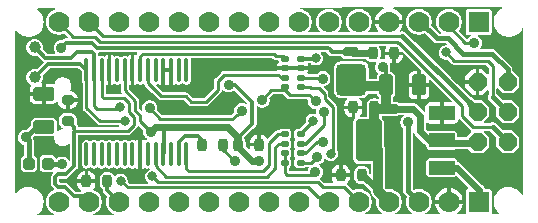
<source format=gbr>
G04 #@! TF.GenerationSoftware,KiCad,Pcbnew,9.0.2+1*
G04 #@! TF.CreationDate,2025-06-17T22:05:04-07:00*
G04 #@! TF.ProjectId,NanoV3.3,4e616e6f-5633-42e3-932e-6b696361645f,rev?*
G04 #@! TF.SameCoordinates,PX8eeaea0PY59a0560*
G04 #@! TF.FileFunction,Copper,L2,Bot*
G04 #@! TF.FilePolarity,Positive*
%FSLAX46Y46*%
G04 Gerber Fmt 4.6, Leading zero omitted, Abs format (unit mm)*
G04 Created by KiCad (PCBNEW 9.0.2+1) date 2025-06-17 22:05:04*
%MOMM*%
%LPD*%
G01*
G04 APERTURE LIST*
G04 Aperture macros list*
%AMRoundRect*
0 Rectangle with rounded corners*
0 $1 Rounding radius*
0 $2 $3 $4 $5 $6 $7 $8 $9 X,Y pos of 4 corners*
0 Add a 4 corners polygon primitive as box body*
4,1,4,$2,$3,$4,$5,$6,$7,$8,$9,$2,$3,0*
0 Add four circle primitives for the rounded corners*
1,1,$1+$1,$2,$3*
1,1,$1+$1,$4,$5*
1,1,$1+$1,$6,$7*
1,1,$1+$1,$8,$9*
0 Add four rect primitives between the rounded corners*
20,1,$1+$1,$2,$3,$4,$5,0*
20,1,$1+$1,$4,$5,$6,$7,0*
20,1,$1+$1,$6,$7,$8,$9,0*
20,1,$1+$1,$8,$9,$2,$3,0*%
%AMOutline5P*
0 Free polygon, 5 corners , with rotation*
0 The origin of the aperture is its center*
0 number of corners: always 5*
0 $1 to $10 corner X, Y*
0 $11 Rotation angle, in degrees counterclockwise*
0 create outline with 5 corners*
4,1,5,$1,$2,$3,$4,$5,$6,$7,$8,$9,$10,$1,$2,$11*%
%AMOutline6P*
0 Free polygon, 6 corners , with rotation*
0 The origin of the aperture is its center*
0 number of corners: always 6*
0 $1 to $12 corner X, Y*
0 $13 Rotation angle, in degrees counterclockwise*
0 create outline with 6 corners*
4,1,6,$1,$2,$3,$4,$5,$6,$7,$8,$9,$10,$11,$12,$1,$2,$13*%
%AMOutline7P*
0 Free polygon, 7 corners , with rotation*
0 The origin of the aperture is its center*
0 number of corners: always 7*
0 $1 to $14 corner X, Y*
0 $15 Rotation angle, in degrees counterclockwise*
0 create outline with 7 corners*
4,1,7,$1,$2,$3,$4,$5,$6,$7,$8,$9,$10,$11,$12,$13,$14,$1,$2,$15*%
%AMOutline8P*
0 Free polygon, 8 corners , with rotation*
0 The origin of the aperture is its center*
0 number of corners: always 8*
0 $1 to $16 corner X, Y*
0 $17 Rotation angle, in degrees counterclockwise*
0 create outline with 8 corners*
4,1,8,$1,$2,$3,$4,$5,$6,$7,$8,$9,$10,$11,$12,$13,$14,$15,$16,$1,$2,$17*%
G04 Aperture macros list end*
G04 #@! TA.AperFunction,SMDPad,CuDef*
%ADD10RoundRect,0.359360X0.089840X-0.190640X0.089840X0.190640X-0.089840X0.190640X-0.089840X-0.190640X0*%
G04 #@! TD*
G04 #@! TA.AperFunction,SMDPad,CuDef*
%ADD11RoundRect,0.359360X-0.089840X0.190640X-0.089840X-0.190640X0.089840X-0.190640X0.089840X0.190640X0*%
G04 #@! TD*
G04 #@! TA.AperFunction,SMDPad,CuDef*
%ADD12RoundRect,0.076200X-0.248800X0.173800X-0.248800X-0.173800X0.248800X-0.173800X0.248800X0.173800X0*%
G04 #@! TD*
G04 #@! TA.AperFunction,SMDPad,CuDef*
%ADD13RoundRect,0.076200X0.248800X-0.173800X0.248800X0.173800X-0.248800X0.173800X-0.248800X-0.173800X0*%
G04 #@! TD*
G04 #@! TA.AperFunction,ComponentPad*
%ADD14C,1.778000*%
G04 #@! TD*
G04 #@! TA.AperFunction,ComponentPad*
%ADD15R,1.778000X1.778000*%
G04 #@! TD*
G04 #@! TA.AperFunction,ComponentPad*
%ADD16Outline8P,-0.775000X0.321016X-0.321016X0.775000X0.321016X0.775000X0.775000X0.321016X0.775000X-0.321016X0.321016X-0.775000X-0.321016X-0.775000X-0.775000X-0.321016X90.000000*%
G04 #@! TD*
G04 #@! TA.AperFunction,SMDPad,CuDef*
%ADD17RoundRect,0.190500X0.000010X0.825500X-0.000010X0.825500X-0.000010X-0.825500X0.000010X-0.825500X0*%
G04 #@! TD*
G04 #@! TA.AperFunction,SMDPad,CuDef*
%ADD18RoundRect,0.142500X-0.332500X-0.357500X0.332500X-0.357500X0.332500X0.357500X-0.332500X0.357500X0*%
G04 #@! TD*
G04 #@! TA.AperFunction,SMDPad,CuDef*
%ADD19RoundRect,0.167640X-0.391160X-0.721360X0.391160X-0.721360X0.391160X0.721360X-0.391160X0.721360X0*%
G04 #@! TD*
G04 #@! TA.AperFunction,SMDPad,CuDef*
%ADD20RoundRect,0.167640X0.721360X-0.391160X0.721360X0.391160X-0.721360X0.391160X-0.721360X-0.391160X0*%
G04 #@! TD*
G04 #@! TA.AperFunction,SMDPad,CuDef*
%ADD21RoundRect,0.330000X-0.770000X1.470000X-0.770000X-1.470000X0.770000X-1.470000X0.770000X1.470000X0*%
G04 #@! TD*
G04 #@! TA.AperFunction,SMDPad,CuDef*
%ADD22RoundRect,0.182880X-0.934720X0.426720X-0.934720X-0.426720X0.934720X-0.426720X0.934720X0.426720X0*%
G04 #@! TD*
G04 #@! TA.AperFunction,SMDPad,CuDef*
%ADD23RoundRect,0.359360X0.190640X0.089840X-0.190640X0.089840X-0.190640X-0.089840X0.190640X-0.089840X0*%
G04 #@! TD*
G04 #@! TA.AperFunction,SMDPad,CuDef*
%ADD24RoundRect,0.114300X-0.520700X0.266700X-0.520700X-0.266700X0.520700X-0.266700X0.520700X0.266700X0*%
G04 #@! TD*
G04 #@! TA.AperFunction,SMDPad,CuDef*
%ADD25RoundRect,0.381000X-0.889000X-0.952500X0.889000X-0.952500X0.889000X0.952500X-0.889000X0.952500X0*%
G04 #@! TD*
G04 #@! TA.AperFunction,SMDPad,CuDef*
%ADD26RoundRect,0.500000X-0.000010X-0.000010X0.000010X-0.000010X0.000010X0.000010X-0.000010X0.000010X0*%
G04 #@! TD*
G04 #@! TA.AperFunction,ViaPad*
%ADD27C,0.906400*%
G04 #@! TD*
G04 #@! TA.AperFunction,ViaPad*
%ADD28C,0.812800*%
G04 #@! TD*
G04 #@! TA.AperFunction,Conductor*
%ADD29C,0.254000*%
G04 #@! TD*
G04 #@! TA.AperFunction,Conductor*
%ADD30C,0.406400*%
G04 #@! TD*
G04 #@! TA.AperFunction,Conductor*
%ADD31C,0.304800*%
G04 #@! TD*
G04 #@! TA.AperFunction,Conductor*
%ADD32C,0.355600*%
G04 #@! TD*
G04 #@! TA.AperFunction,Conductor*
%ADD33C,0.609600*%
G04 #@! TD*
G04 #@! TA.AperFunction,Conductor*
%ADD34C,0.812800*%
G04 #@! TD*
G04 APERTURE END LIST*
D10*
X-16802900Y-16891000D03*
X-15024900Y-16891000D03*
D11*
X-2197100Y-13792200D03*
X-3975100Y-13792200D03*
D10*
X-7023100Y-13868400D03*
X-5245100Y-13868400D03*
D11*
X9232900Y-6070600D03*
X7454900Y-6070600D03*
D12*
X-1900Y-12922400D03*
X-1900Y-13722400D03*
X-1900Y-14522400D03*
X-1900Y-15322400D03*
X1348100Y-15322400D03*
X1348100Y-14522400D03*
X1348100Y-13722400D03*
X1348100Y-12922400D03*
D13*
X1348100Y-8921600D03*
X1348100Y-8121600D03*
X1348100Y-7321600D03*
X1348100Y-6521600D03*
X-1900Y-6521600D03*
X-1900Y-7321600D03*
X-1900Y-8121600D03*
X-1900Y-8921600D03*
D14*
X-19138900Y-3403600D03*
X-16598900Y-3403600D03*
X-14058900Y-3403600D03*
X-11518900Y-3403600D03*
X-8978900Y-3403600D03*
X-6438900Y-3403600D03*
X-3898900Y-3403600D03*
X-1358900Y-3403600D03*
X1181100Y-3403600D03*
X3721100Y-3403600D03*
X6261100Y-3403600D03*
X8801100Y-3403600D03*
X11341100Y-3403600D03*
X13881100Y-3403600D03*
D15*
X16421100Y-3403600D03*
D14*
X-19138900Y-18643600D03*
X-16598900Y-18643600D03*
X-14058900Y-18643600D03*
X-11518900Y-18643600D03*
X-8978900Y-18643600D03*
X-6438900Y-18643600D03*
X-3898900Y-18643600D03*
X-1358900Y-18643600D03*
X1181100Y-18643600D03*
X3721100Y-18643600D03*
X6261100Y-18643600D03*
X8801100Y-18643600D03*
X11341100Y-18643600D03*
X13881100Y-18643600D03*
D15*
X16421100Y-18643600D03*
D16*
X16319500Y-8483600D03*
X18859500Y-8483600D03*
X16319500Y-11023600D03*
X18859500Y-11023600D03*
X16319500Y-13563600D03*
X18859500Y-13563600D03*
D17*
X-8343900Y-7493000D03*
X-8993600Y-7493000D03*
X-9643900Y-7493000D03*
X-10293900Y-7493000D03*
X-10944100Y-7493000D03*
X-11593800Y-7493000D03*
X-12243600Y-7493000D03*
X-12893800Y-7493000D03*
X-13543800Y-7493000D03*
X-14194000Y-7493000D03*
X-14844300Y-7493000D03*
X-15494000Y-7493000D03*
X-16143700Y-7493000D03*
X-16794000Y-7493000D03*
X-16794000Y-14605000D03*
X-16143700Y-14605000D03*
X-15494000Y-14605000D03*
X-14844300Y-14605000D03*
X-14194000Y-14605000D03*
X-13543800Y-14605000D03*
X-12893800Y-14605000D03*
X-12243600Y-14605000D03*
X-11593800Y-14605000D03*
X-10944100Y-14605000D03*
X-10293900Y-14605000D03*
X-9643900Y-14605000D03*
X-8994100Y-14605000D03*
X-8343900Y-14605000D03*
D18*
X-20066100Y-15417800D03*
X-21666100Y-15417800D03*
D19*
X11366500Y-8763000D03*
X8572500Y-8763000D03*
D20*
X-20408900Y-9499600D03*
X-20408900Y-12293600D03*
D21*
X7099100Y-13436600D03*
D22*
X13296900Y-15748000D03*
X13296900Y-13436600D03*
X13296900Y-11125200D03*
D23*
X-18376900Y-11785600D03*
X-18376900Y-10007600D03*
D24*
X5626100Y-5944600D03*
D25*
X5626100Y-8294600D03*
D10*
X5803900Y-10642600D03*
X7581900Y-10642600D03*
X4737100Y-16357600D03*
X6515100Y-16357600D03*
D26*
X-21170900Y-5562600D03*
X-21170900Y-8102600D03*
D27*
X3213100Y-8204200D03*
X-18884900Y-15468600D03*
D28*
X2628900Y-6477000D03*
X3898900Y-14579600D03*
D27*
X3263900Y-13563600D03*
D28*
X-13982700Y-10642600D03*
X-13550900Y-11785600D03*
D27*
X-21932900Y-13182600D03*
X-18910300Y-5588000D03*
X16040100Y-5181600D03*
D28*
X2374900Y-11785600D03*
D27*
X-4748900Y-8713600D03*
X-11348900Y-12713600D03*
X2578100Y-16103600D03*
X8293100Y-7213600D03*
X-2146300Y-15189200D03*
X-17948900Y-16913600D03*
X-8798900Y-10813600D03*
X-12448900Y-9163600D03*
X-7448900Y-9413600D03*
X-4748900Y-6913600D03*
X-7248900Y-6913600D03*
X-20154900Y-10769600D03*
D28*
X-20256500Y-17195800D03*
X1333500Y-10414000D03*
X14897100Y-12395200D03*
X11341100Y-15773400D03*
X9309100Y-15519400D03*
X5245100Y-14122400D03*
X3594100Y-7112000D03*
X10325100Y-7137400D03*
D27*
X16878300Y-15443200D03*
X-11448900Y-10713600D03*
X-3648900Y-10913600D03*
X-1948900Y-10013600D03*
X2603500Y-10134600D03*
D28*
X13652500Y-5994400D03*
X-11214100Y-16484600D03*
X-13906500Y-16865600D03*
D27*
X3314700Y-11023600D03*
X-4248900Y-15213600D03*
X2705100Y-14833600D03*
X10452100Y-11912600D03*
D29*
X3092500Y-8134400D02*
X3213100Y-8204200D01*
X1348100Y-8121600D02*
X3092500Y-8134400D01*
D30*
X-19507300Y-15468600D02*
X-20066100Y-15417800D01*
X-18884900Y-15468600D02*
X-19507300Y-15468600D01*
D31*
X2584300Y-6521600D02*
X2628900Y-6477000D01*
X1348100Y-6521600D02*
X2584300Y-6521600D01*
D29*
X2127100Y-8921600D02*
X2197100Y-8991600D01*
X1348100Y-8921600D02*
X2127100Y-8921600D01*
X3365500Y-9906000D02*
X4102100Y-10642600D01*
X3365500Y-9499600D02*
X3365500Y-9906000D01*
X2857500Y-8991600D02*
X3365500Y-9499600D01*
X2197100Y-8991600D02*
X2857500Y-8991600D01*
X4102100Y-14300200D02*
X3898900Y-14579600D01*
X4102100Y-10642600D02*
X4102100Y-14300200D01*
X-71900Y-6324600D02*
X-1900Y-6521600D01*
X-723900Y-6324600D02*
X-71900Y-6324600D01*
X-947900Y-6100600D02*
X-723900Y-6324600D01*
X-947900Y-6096000D02*
X-947900Y-6100600D01*
X-12001500Y-6096000D02*
X-947900Y-6096000D01*
X-12243600Y-6312700D02*
X-12243600Y-7493000D01*
X-12001500Y-6096000D02*
X-12243600Y-6312700D01*
X-8398900Y-9713600D02*
X-10448900Y-9713600D01*
X-7898900Y-10213600D02*
X-8398900Y-9713600D01*
X-6698900Y-10213600D02*
X-7898900Y-10213600D01*
X-5648900Y-9163600D02*
X-5648900Y-8413600D01*
X-6698900Y-10213600D02*
X-5648900Y-9163600D01*
X-11595100Y-8567400D02*
X-10448900Y-9713600D01*
X-5648900Y-8413600D02*
X-5148900Y-7913600D01*
X-548900Y-7913600D02*
X-5148900Y-7913600D01*
X-359900Y-8102600D02*
X-548900Y-7913600D01*
X-20900Y-8102600D02*
X-359900Y-8102600D01*
X-11595100Y-7494300D02*
X-11595100Y-8567400D01*
D31*
X-11595100Y-7494300D02*
X-11593800Y-7493000D01*
D29*
X-20900Y-8102600D02*
X-1900Y-8121600D01*
X1348100Y-14522400D02*
X1746300Y-14522400D01*
X2705100Y-13563600D02*
X3263900Y-13563600D01*
X1746300Y-14522400D02*
X2705100Y-13563600D01*
X-14109700Y-10769600D02*
X-13982700Y-10642600D01*
X-15938500Y-10769600D02*
X-14109700Y-10769600D01*
X-16141700Y-10566400D02*
X-15938500Y-10769600D01*
D31*
X-20281900Y-6451600D02*
X-21170900Y-5562600D01*
X-18122900Y-6451600D02*
X-20281900Y-6451600D01*
X-17614900Y-5943600D02*
X-18122900Y-6451600D01*
X-16143700Y-6144800D02*
X-16344900Y-5943600D01*
X-16143700Y-7493000D02*
X-16143700Y-6144800D01*
X-17614900Y-5943600D02*
X-16344900Y-5943600D01*
D32*
X-16143700Y-7482300D02*
X-16141700Y-7480300D01*
X-16143700Y-7493000D02*
X-16143700Y-7482300D01*
D29*
X-16154400Y-7467600D02*
X-16141700Y-7480300D01*
X-16141700Y-7480300D02*
X-16141700Y-10566400D01*
X-13578900Y-11813600D02*
X-13550900Y-11785600D01*
X-15648900Y-11813600D02*
X-13578900Y-11813600D01*
X-16789400Y-10673100D02*
X-15648900Y-11813600D01*
X-16789400Y-7594600D02*
X-16789400Y-10673100D01*
D31*
X-17302000Y-6985000D02*
X-16794000Y-7493000D01*
X-20053300Y-6985000D02*
X-17302000Y-6985000D01*
X-21170900Y-8102600D02*
X-20053300Y-6985000D01*
D32*
X-16794000Y-7590000D02*
X-16789400Y-7594600D01*
X-16794000Y-7493000D02*
X-16794000Y-7590000D01*
D29*
X-16802100Y-7467600D02*
X-16789400Y-7480300D01*
X-16789400Y-7480300D02*
X-16789400Y-7594600D01*
X-501700Y-13722400D02*
X-800100Y-14020800D01*
X-1900Y-13722400D02*
X-501700Y-13722400D01*
X-800100Y-15798800D02*
X-800100Y-14020800D01*
X-1511300Y-16510000D02*
X-800100Y-15798800D01*
X-10071100Y-16510000D02*
X-1511300Y-16510000D01*
X-10944100Y-15637000D02*
X-10071100Y-16510000D01*
X-10944100Y-14605000D02*
X-10944100Y-15637000D01*
X-616100Y-12922400D02*
X-1333500Y-13639800D01*
X-1900Y-12922400D02*
X-616100Y-12922400D01*
X-8343900Y-15849600D02*
X-8343900Y-14605000D01*
X-8343900Y-15849600D02*
X-8140700Y-16052800D01*
X-8140700Y-16052800D02*
X-1841500Y-16052800D01*
X-1841500Y-16052800D02*
X-1333500Y-15544800D01*
X-1333500Y-15544800D02*
X-1333500Y-13639800D01*
D31*
X-8994100Y-13578800D02*
X-8470900Y-13055600D01*
X-8994100Y-14605000D02*
X-8994100Y-13578800D01*
X-7327900Y-13055600D02*
X-8470900Y-13055600D01*
X-7073900Y-13817600D02*
X-7023100Y-13868400D01*
X-7073900Y-13309600D02*
X-7073900Y-13817600D01*
X-7327900Y-13055600D02*
X-7073900Y-13309600D01*
D30*
X-21666100Y-13449400D02*
X-21932900Y-13182600D01*
X-21666100Y-15417800D02*
X-21666100Y-13449400D01*
X-21043900Y-12293600D02*
X-21932900Y-13182600D01*
X-20408900Y-12293600D02*
X-21043900Y-12293600D01*
D32*
X4000500Y-5943600D02*
X3797300Y-5740400D01*
X5625100Y-5943600D02*
X4000500Y-5943600D01*
X-18503900Y-5181600D02*
X-18910300Y-5588000D01*
X-16344900Y-5181600D02*
X-18503900Y-5181600D01*
X-15938500Y-5588000D02*
X-16344900Y-5181600D01*
X3619500Y-5588000D02*
X-15938500Y-5588000D01*
D33*
X5752100Y-6070600D02*
X5626100Y-5944600D01*
X7454900Y-6070600D02*
X5752100Y-6070600D01*
X5625100Y-5943600D02*
X5626100Y-5944600D01*
D32*
X3619500Y-5588000D02*
X3797300Y-5740400D01*
D30*
X5879100Y-6070600D02*
X5626100Y-5944600D01*
D29*
X1348100Y-12812400D02*
X2374900Y-11785600D01*
X1348100Y-12922400D02*
X1348100Y-12812400D01*
X16040100Y-5181600D02*
X15278100Y-5181600D01*
X13881100Y-3784600D02*
X15278100Y-5181600D01*
X13881100Y-3403600D02*
X13881100Y-3784600D01*
D31*
X-19198900Y-17363600D02*
X-18648900Y-17363600D01*
X-19448900Y-17113600D02*
X-19198900Y-17363600D01*
X-19448900Y-16563600D02*
X-19448900Y-17113600D01*
X-19198900Y-16313600D02*
X-19448900Y-16563600D01*
X-18548900Y-16313600D02*
X-19198900Y-16313600D01*
X-17848900Y-15613600D02*
X-18548900Y-16313600D01*
X-17848900Y-12693600D02*
X-17848900Y-15613600D01*
X-17078900Y-18163600D02*
X-16598900Y-18643600D01*
X-17848900Y-18163600D02*
X-17078900Y-18163600D01*
X-18648900Y-17363600D02*
X-17848900Y-18163600D01*
D29*
X-13148900Y-11063600D02*
X-13148900Y-10313600D01*
X-12748900Y-11463600D02*
X-13148900Y-11063600D01*
X-13643300Y-9819200D02*
X-13148900Y-10313600D01*
X-13643300Y-9813600D02*
X-13643300Y-9819200D01*
X-12748900Y-12113600D02*
X-12748900Y-11463600D01*
D31*
X-17848900Y-12693600D02*
X-17768900Y-12613600D01*
D29*
X-17768900Y-12613600D02*
X-17868900Y-12513600D01*
X-13248900Y-12613600D02*
X-17768900Y-12613600D01*
X-12748900Y-12113600D02*
X-13248900Y-12613600D01*
X-15348900Y-9813600D02*
X-13643300Y-9813600D01*
X-15494000Y-9668500D02*
X-15348900Y-9813600D01*
X-15494000Y-7493000D02*
X-15494000Y-9668500D01*
D31*
X-17868900Y-12293600D02*
X-17868900Y-12513600D01*
X-17106900Y-18135600D02*
X-16598900Y-18643600D01*
X-17233900Y-18135600D02*
X-17106900Y-18135600D01*
X-18376900Y-11785600D02*
X-17868900Y-12293600D01*
X-18351500Y-11760200D02*
X-18376900Y-11785600D01*
D33*
X16421100Y-17627600D02*
X16421100Y-18643600D01*
X14541500Y-15748000D02*
X16421100Y-17627600D01*
X13296900Y-15748000D02*
X14541500Y-15748000D01*
D29*
X-12648900Y-10103400D02*
X-13543800Y-9208500D01*
X-12648900Y-10913600D02*
X-12648900Y-10103400D01*
X-12248900Y-11313600D02*
X-12648900Y-10913600D01*
X-12248900Y-11813600D02*
X-12248900Y-11313600D01*
X-13543800Y-9208500D02*
X-13548900Y-9113600D01*
D31*
X-4248900Y-8713600D02*
X-4748900Y-8713600D01*
X-2748900Y-10213600D02*
X-4248900Y-8713600D01*
X-2748900Y-12013600D02*
X-2748900Y-10213600D01*
X-2942500Y-12207200D02*
X-2748900Y-12013600D01*
X-2948900Y-12207200D02*
X-2942500Y-12207200D01*
D33*
X-10955900Y-12320600D02*
X-11348900Y-12713600D01*
X-10348900Y-12320600D02*
X-10955900Y-12320600D01*
D31*
X-2948900Y-12207200D02*
X-3975100Y-13233400D01*
X-10248900Y-12520600D02*
X-10348900Y-12320600D01*
D29*
X-12248900Y-11813600D02*
X-11348900Y-12713600D01*
X-13543800Y-7493000D02*
X-13543800Y-9208500D01*
X-4848900Y-12359600D02*
X-4787900Y-12320600D01*
D33*
X-4787900Y-12320600D02*
X-10348900Y-12320600D01*
D31*
X-10248900Y-14534600D02*
X-10248900Y-12520600D01*
D33*
X-3975100Y-13233400D02*
X-4787900Y-12320600D01*
X-2762300Y-15189200D02*
X-2146300Y-15189200D01*
X-3875100Y-14076400D02*
X-2762300Y-15189200D01*
X-3975100Y-13792200D02*
X-3875100Y-14076400D01*
X-3975100Y-13233400D02*
X-3975100Y-13792200D01*
X-2146300Y-15163800D02*
X-2146300Y-15189200D01*
D34*
X7708900Y-10769600D02*
X7581900Y-10642600D01*
X8547100Y-10769600D02*
X7708900Y-10769600D01*
X8547100Y-8788400D02*
X8572500Y-8763000D01*
X8547100Y-10769600D02*
X8547100Y-8788400D01*
X9309100Y-10769600D02*
X8547100Y-10769600D01*
X7581900Y-12547600D02*
X7175500Y-12700000D01*
X7581900Y-10642600D02*
X7581900Y-12547600D01*
D33*
X7785100Y-17500600D02*
X7912100Y-17500600D01*
X6515100Y-16357600D02*
X7785100Y-17500600D01*
D29*
X-1900Y-14522400D02*
X-1900Y-15322400D01*
X2324100Y-16357600D02*
X2578100Y-16103600D01*
X165100Y-16357600D02*
X2324100Y-16357600D01*
X-1900Y-16190600D02*
X165100Y-16357600D01*
X-1900Y-15322400D02*
X-1900Y-16190600D01*
D30*
X8470900Y-8864600D02*
X8572500Y-8763000D01*
D34*
X6388100Y-8864600D02*
X8470900Y-8864600D01*
D33*
X5818100Y-8294600D02*
X6388100Y-8864600D01*
X5626100Y-8294600D02*
X5818100Y-8294600D01*
D31*
X8572500Y-7493000D02*
X8293100Y-7213600D01*
X8572500Y-8763000D02*
X8572500Y-7493000D01*
D30*
X7175500Y-12700000D02*
X7505600Y-13030100D01*
X7505600Y-13030100D02*
X7099100Y-13436600D01*
X7658100Y-12877600D02*
X7505600Y-13030100D01*
X7658100Y-12547600D02*
X7658100Y-12877600D01*
D33*
X10833100Y-10769600D02*
X9309100Y-10769600D01*
X11468100Y-11404600D02*
X10833100Y-10769600D01*
X11468100Y-12674600D02*
X11468100Y-11404600D01*
X12230100Y-13436600D02*
X11468100Y-12674600D01*
X13296900Y-13436600D02*
X12230100Y-13436600D01*
D31*
X6388100Y-14147600D02*
X7099100Y-13436600D01*
X6388100Y-14960600D02*
X6388100Y-14147600D01*
D34*
X7912100Y-17754600D02*
X8801100Y-18643600D01*
X7912100Y-17500600D02*
X7912100Y-17754600D01*
X7912100Y-14249600D02*
X7912100Y-17500600D01*
X7099100Y-13436600D02*
X7912100Y-14249600D01*
D33*
X15913100Y-13563600D02*
X16319500Y-13563600D01*
X15786100Y-13690600D02*
X15913100Y-13563600D01*
X14135100Y-13690600D02*
X15786100Y-13690600D01*
X14008100Y-13563600D02*
X14135100Y-13690600D01*
X13423900Y-13563600D02*
X14008100Y-13563600D01*
D30*
X13296900Y-13436600D02*
X13423900Y-13563600D01*
D29*
X-10248900Y-14534600D02*
X-10293900Y-14605000D01*
X-10548900Y-11613600D02*
X-11448900Y-10713600D01*
X-4448900Y-11613600D02*
X-10548900Y-11613600D01*
X-3648900Y-10913600D02*
X-4448900Y-11613600D01*
X-1140900Y-9205600D02*
X-1948900Y-10013600D01*
X-1900Y-9205600D02*
X-1140900Y-9205600D01*
X14363700Y-6705600D02*
X13652500Y-5994400D01*
X2019300Y-9626600D02*
X2603500Y-10134600D01*
X419100Y-9626600D02*
X2019300Y-9626600D01*
X-1900Y-9205600D02*
X419100Y-9626600D01*
X-1900Y-8921600D02*
X-1900Y-9205600D01*
X17183100Y-6705600D02*
X14363700Y-6705600D01*
X17589500Y-7112000D02*
X17183100Y-6705600D01*
X17589500Y-7112000D02*
X17589500Y-9753600D01*
D30*
X17589500Y-9753600D02*
X18859500Y-11023600D01*
D31*
X-15024900Y-17677600D02*
X-14058900Y-18643600D01*
X-15024900Y-16891000D02*
X-15024900Y-17677600D01*
D29*
X-10731500Y-16967200D02*
X-11214100Y-16484600D01*
X2806700Y-16967200D02*
X-10731500Y-16967200D01*
X4991100Y-17373600D02*
X6261100Y-18643600D01*
X3213100Y-17373600D02*
X4991100Y-17373600D01*
X2806700Y-16967200D02*
X3213100Y-17373600D01*
X-13296900Y-17424400D02*
X-13906500Y-16865600D01*
X3340100Y-18262600D02*
X3721100Y-18643600D01*
X2832100Y-18262600D02*
X3340100Y-18262600D01*
X1993900Y-17424400D02*
X2832100Y-18262600D01*
X-13296900Y-17424400D02*
X1993900Y-17424400D01*
X-19138900Y-3453854D02*
X-17919154Y-4673600D01*
X-19138900Y-3403600D02*
X-19138900Y-3453854D01*
X-16090900Y-4673600D02*
X-17919154Y-4673600D01*
X-15684500Y-5080000D02*
X-16090900Y-4673600D01*
X9461500Y-5080000D02*
X-15684500Y-5080000D01*
X9690100Y-5181600D02*
X15024100Y-10515600D01*
X9563100Y-5181600D02*
X9690100Y-5181600D01*
X9461500Y-5080000D02*
X9563100Y-5181600D01*
X15024100Y-11404600D02*
X15024100Y-10515600D01*
X15913100Y-12293600D02*
X15024100Y-11404600D01*
X15913100Y-12293600D02*
X17589500Y-12293600D01*
D30*
X17589500Y-12293600D02*
X18859500Y-13563600D01*
X15684500Y-10287000D02*
X9918700Y-4622800D01*
D33*
X16319500Y-11023600D02*
X15684500Y-10287000D01*
D29*
X-16598900Y-3403600D02*
X-15405100Y-4622800D01*
X-15405100Y-4622800D02*
X9918700Y-4622800D01*
X3314700Y-11023600D02*
X3314700Y-12141200D01*
X1348100Y-13722400D02*
X1733500Y-13722400D01*
X3314700Y-12141200D02*
X1733500Y-13722400D01*
X-5248900Y-14213600D02*
X-4248900Y-15213600D01*
D31*
X-5248900Y-13872200D02*
X-5248900Y-14213600D01*
D29*
X-5248900Y-13872200D02*
X-5245100Y-13868400D01*
D30*
X18859500Y-7391400D02*
X17564100Y-6096000D01*
X18859500Y-8483600D02*
X18859500Y-7391400D01*
D31*
X-5245100Y-13868400D02*
X-5245100Y-14147800D01*
D30*
X10452100Y-17754600D02*
X11341100Y-18643600D01*
D29*
X2216300Y-15322400D02*
X2705100Y-14833600D01*
X1348100Y-15322400D02*
X2216300Y-15322400D01*
D30*
X15125700Y-6096000D02*
X17564100Y-6096000D01*
X13830300Y-4800600D02*
X15125700Y-6096000D01*
X12865100Y-4800600D02*
X13830300Y-4800600D01*
X11468100Y-3403600D02*
X12865100Y-4800600D01*
D29*
X11341100Y-3403600D02*
X11468100Y-3403600D01*
D30*
X10452100Y-11912600D02*
X10452100Y-17754600D01*
G04 #@! TA.AperFunction,Conductor*
G36*
X-19479894Y-2269744D02*
G01*
X-19461462Y-2313886D01*
X-19479642Y-2358132D01*
X-19504647Y-2373505D01*
X-19534656Y-2383256D01*
X-19558351Y-2390955D01*
X-19558353Y-2390955D01*
X-19558353Y-2390956D01*
X-19558358Y-2390958D01*
X-19711603Y-2469040D01*
X-19850746Y-2570134D01*
X-19850754Y-2570141D01*
X-19972359Y-2691746D01*
X-19972366Y-2691754D01*
X-20073460Y-2830897D01*
X-20151542Y-2984142D01*
X-20151546Y-2984150D01*
X-20204695Y-3147726D01*
X-20204695Y-3147727D01*
X-20231599Y-3317589D01*
X-20231600Y-3317605D01*
X-20231600Y-3489594D01*
X-20231599Y-3489610D01*
X-20204695Y-3659472D01*
X-20204695Y-3659473D01*
X-20151546Y-3823049D01*
X-20151542Y-3823057D01*
X-20073460Y-3976302D01*
X-19972366Y-4115445D01*
X-19972359Y-4115453D01*
X-19850754Y-4237058D01*
X-19850746Y-4237065D01*
X-19734465Y-4321549D01*
X-19711600Y-4338161D01*
X-19558351Y-4416245D01*
X-19394775Y-4469394D01*
X-19361318Y-4474693D01*
X-19224911Y-4496298D01*
X-19224905Y-4496298D01*
X-19224897Y-4496300D01*
X-19224895Y-4496300D01*
X-19052905Y-4496300D01*
X-19052903Y-4496300D01*
X-18883025Y-4469394D01*
X-18719449Y-4416245D01*
X-18710052Y-4411456D01*
X-18662367Y-4407702D01*
X-18637484Y-4422950D01*
X-18367028Y-4693406D01*
X-18348722Y-4737600D01*
X-18367028Y-4781794D01*
X-18411222Y-4800100D01*
X-18554130Y-4800100D01*
X-18651152Y-4826098D01*
X-18651154Y-4826098D01*
X-18738148Y-4876324D01*
X-18778043Y-4916218D01*
X-18822237Y-4934523D01*
X-18834428Y-4933322D01*
X-18845598Y-4931100D01*
X-18845601Y-4931100D01*
X-18974999Y-4931100D01*
X-18975001Y-4931100D01*
X-19101908Y-4956344D01*
X-19101910Y-4956344D01*
X-19101911Y-4956345D01*
X-19136923Y-4970847D01*
X-19221458Y-5005862D01*
X-19221461Y-5005863D01*
X-19329049Y-5077752D01*
X-19420548Y-5169251D01*
X-19492437Y-5276839D01*
X-19492438Y-5276842D01*
X-19527453Y-5361377D01*
X-19537094Y-5384655D01*
X-19541956Y-5396392D01*
X-19567200Y-5523299D01*
X-19567200Y-5652700D01*
X-19543788Y-5770399D01*
X-19541955Y-5779611D01*
X-19511337Y-5853529D01*
X-19492438Y-5899157D01*
X-19492437Y-5899160D01*
X-19426208Y-5998277D01*
X-19416876Y-6045193D01*
X-19443452Y-6084967D01*
X-19478175Y-6095500D01*
X-20108510Y-6095500D01*
X-20152704Y-6077194D01*
X-20462578Y-5767320D01*
X-20480884Y-5723126D01*
X-20478054Y-5704531D01*
X-20473644Y-5690379D01*
X-20473643Y-5690377D01*
X-20467200Y-5619473D01*
X-20467201Y-5505728D01*
X-20473643Y-5434823D01*
X-20524483Y-5271671D01*
X-20612891Y-5125428D01*
X-20733728Y-5004591D01*
X-20879971Y-4916183D01*
X-21043119Y-4865344D01*
X-21043120Y-4865343D01*
X-21085666Y-4861477D01*
X-21114027Y-4858900D01*
X-21114029Y-4858900D01*
X-21227770Y-4858900D01*
X-21265309Y-4862311D01*
X-21298677Y-4865343D01*
X-21298680Y-4865344D01*
X-21298681Y-4865344D01*
X-21461830Y-4916183D01*
X-21608073Y-5004591D01*
X-21728909Y-5125427D01*
X-21817317Y-5271670D01*
X-21868156Y-5434818D01*
X-21868157Y-5434819D01*
X-21870903Y-5465042D01*
X-21874044Y-5499614D01*
X-21874600Y-5505728D01*
X-21874600Y-5619469D01*
X-21872844Y-5638793D01*
X-21868157Y-5690377D01*
X-21817317Y-5853529D01*
X-21728909Y-5999772D01*
X-21608072Y-6120609D01*
X-21461829Y-6209017D01*
X-21298682Y-6259855D01*
X-21298681Y-6259856D01*
X-21298680Y-6259856D01*
X-21298677Y-6259857D01*
X-21227773Y-6266300D01*
X-21114028Y-6266299D01*
X-21043123Y-6259857D01*
X-21028969Y-6255446D01*
X-20981330Y-6259774D01*
X-20966180Y-6270922D01*
X-20566851Y-6670251D01*
X-20500551Y-6736551D01*
X-20500549Y-6736552D01*
X-20500548Y-6736553D01*
X-20449306Y-6766138D01*
X-20420186Y-6804088D01*
X-20426430Y-6851514D01*
X-20436362Y-6864458D01*
X-20966181Y-7394277D01*
X-21010375Y-7412583D01*
X-21028968Y-7409753D01*
X-21043115Y-7405344D01*
X-21043120Y-7405343D01*
X-21085666Y-7401477D01*
X-21114027Y-7398900D01*
X-21114029Y-7398900D01*
X-21227770Y-7398900D01*
X-21265309Y-7402311D01*
X-21298677Y-7405343D01*
X-21298680Y-7405344D01*
X-21298681Y-7405344D01*
X-21461830Y-7456183D01*
X-21608073Y-7544591D01*
X-21728909Y-7665427D01*
X-21817317Y-7811670D01*
X-21868156Y-7974818D01*
X-21868157Y-7974819D01*
X-21874600Y-8045728D01*
X-21874600Y-8159469D01*
X-21873490Y-8171680D01*
X-21868157Y-8230377D01*
X-21817317Y-8393529D01*
X-21728909Y-8539772D01*
X-21608072Y-8660609D01*
X-21512979Y-8718095D01*
X-21484630Y-8756623D01*
X-21491828Y-8803914D01*
X-21495280Y-8809034D01*
X-21548462Y-8880077D01*
X-21548467Y-8880086D01*
X-21595861Y-9007153D01*
X-21601900Y-9063319D01*
X-21601900Y-9347600D01*
X-20560900Y-9347600D01*
X-20560900Y-8646684D01*
X-20577728Y-8636800D01*
X-20256900Y-8636800D01*
X-20256900Y-10362399D01*
X-19642435Y-10362399D01*
X-19642419Y-10362398D01*
X-19586256Y-10356360D01*
X-19586252Y-10356359D01*
X-19459187Y-10308966D01*
X-19459182Y-10308963D01*
X-19350611Y-10227688D01*
X-19332953Y-10204099D01*
X-19291814Y-10179688D01*
X-19245465Y-10191517D01*
X-19223248Y-10222958D01*
X-19176901Y-10371691D01*
X-19093561Y-10509551D01*
X-18979652Y-10623460D01*
X-18841792Y-10706800D01*
X-18687990Y-10754726D01*
X-18687992Y-10754726D01*
X-18621162Y-10760799D01*
X-18621159Y-10760800D01*
X-18528900Y-10760800D01*
X-18224900Y-10760800D01*
X-18132641Y-10760800D01*
X-18132639Y-10760799D01*
X-18065810Y-10754726D01*
X-17912009Y-10706800D01*
X-17774149Y-10623460D01*
X-17660240Y-10509551D01*
X-17576900Y-10371691D01*
X-17528975Y-10217894D01*
X-17523677Y-10159600D01*
X-18224900Y-10159600D01*
X-18224900Y-10760800D01*
X-18528900Y-10760800D01*
X-18528900Y-10070100D01*
X-18510594Y-10025906D01*
X-18466400Y-10007600D01*
X-18376900Y-10007600D01*
X-18376900Y-9918100D01*
X-18358594Y-9873906D01*
X-18314400Y-9855600D01*
X-17523677Y-9855600D01*
X-17528975Y-9797305D01*
X-17576900Y-9643508D01*
X-17660240Y-9505648D01*
X-17774149Y-9391739D01*
X-17912009Y-9308399D01*
X-18065811Y-9260473D01*
X-18065809Y-9260473D01*
X-18094614Y-9257855D01*
X-18136970Y-9235624D01*
X-18151199Y-9189954D01*
X-18145380Y-9170523D01*
X-18145946Y-9170289D01*
X-18142491Y-9161949D01*
X-18090081Y-9035420D01*
X-18062200Y-8895255D01*
X-18062200Y-8752345D01*
X-18090081Y-8612180D01*
X-18144771Y-8480147D01*
X-18224168Y-8361321D01*
X-18325221Y-8260268D01*
X-18333853Y-8254500D01*
X-18444045Y-8180872D01*
X-18444047Y-8180871D01*
X-18576082Y-8126180D01*
X-18716245Y-8098300D01*
X-18859155Y-8098300D01*
X-18999319Y-8126180D01*
X-19131354Y-8180871D01*
X-19131356Y-8180872D01*
X-19250179Y-8260267D01*
X-19351233Y-8361321D01*
X-19430628Y-8480144D01*
X-19430629Y-8480146D01*
X-19462953Y-8558183D01*
X-19484804Y-8610938D01*
X-19486494Y-8615017D01*
X-19488228Y-8614298D01*
X-19515021Y-8646882D01*
X-19562630Y-8651524D01*
X-19566270Y-8650293D01*
X-19586256Y-8642839D01*
X-19642420Y-8636800D01*
X-20256900Y-8636800D01*
X-20577728Y-8636800D01*
X-20592386Y-8628191D01*
X-20597338Y-8621637D01*
X-20604926Y-8618494D01*
X-20611254Y-8603218D01*
X-20621222Y-8590024D01*
X-20620089Y-8581888D01*
X-20623232Y-8574300D01*
X-20614839Y-8544190D01*
X-20614623Y-8542646D01*
X-20614351Y-8542439D01*
X-20614218Y-8541966D01*
X-20612893Y-8539773D01*
X-20612891Y-8539772D01*
X-20524483Y-8393529D01*
X-20473643Y-8230377D01*
X-20467200Y-8159473D01*
X-20467201Y-8045728D01*
X-20473643Y-7974823D01*
X-20478054Y-7960668D01*
X-20473728Y-7913031D01*
X-20462582Y-7897882D01*
X-19924104Y-7359406D01*
X-19879910Y-7341100D01*
X-17475390Y-7341100D01*
X-17431196Y-7359406D01*
X-17206506Y-7584095D01*
X-17188200Y-7628289D01*
X-17188200Y-8349523D01*
X-17188199Y-8349539D01*
X-17173582Y-8441827D01*
X-17173580Y-8441834D01*
X-17173578Y-8441837D01*
X-17126912Y-8533425D01*
X-17120100Y-8561797D01*
X-17120100Y-10716636D01*
X-17120099Y-10716644D01*
X-17097565Y-10800745D01*
X-17097564Y-10800748D01*
X-17054027Y-10876154D01*
X-17054022Y-10876160D01*
X-16988900Y-10941282D01*
X-16988886Y-10941294D01*
X-15851960Y-12078222D01*
X-15851954Y-12078227D01*
X-15776548Y-12121764D01*
X-15776545Y-12121765D01*
X-15692437Y-12144301D01*
X-15692436Y-12144301D01*
X-15601537Y-12144301D01*
X-15601521Y-12144300D01*
X-14078393Y-12144300D01*
X-14075293Y-12145584D01*
X-14072080Y-12144620D01*
X-14059818Y-12151994D01*
X-14034199Y-12162606D01*
X-14029961Y-12167296D01*
X-14028077Y-12169606D01*
X-14024796Y-12174516D01*
X-14020869Y-12178443D01*
X-14018868Y-12180896D01*
X-14012835Y-12201002D01*
X-14004800Y-12220400D01*
X-14006085Y-12223500D01*
X-14005120Y-12226713D01*
X-14015072Y-12245196D01*
X-14023106Y-12264594D01*
X-14026206Y-12265877D01*
X-14027796Y-12268832D01*
X-14047903Y-12274865D01*
X-14067300Y-12282900D01*
X-17455147Y-12282900D01*
X-17499341Y-12264594D01*
X-17515517Y-12236576D01*
X-17537067Y-12156150D01*
X-17540637Y-12149967D01*
X-17548388Y-12136542D01*
X-17583949Y-12074949D01*
X-17583950Y-12074948D01*
X-17583951Y-12074946D01*
X-17615756Y-12043141D01*
X-17634062Y-11998947D01*
X-17633527Y-11990789D01*
X-17623200Y-11912348D01*
X-17623200Y-11658852D01*
X-17632834Y-11585670D01*
X-17637691Y-11548779D01*
X-17637692Y-11548775D01*
X-17637692Y-11548772D01*
X-17694428Y-11411800D01*
X-17784681Y-11294181D01*
X-17902300Y-11203928D01*
X-17914328Y-11198946D01*
X-17952187Y-11183264D01*
X-18039272Y-11147192D01*
X-18039275Y-11147191D01*
X-18039276Y-11147191D01*
X-18039280Y-11147190D01*
X-18149346Y-11132700D01*
X-18149352Y-11132700D01*
X-18604448Y-11132700D01*
X-18604455Y-11132700D01*
X-18714521Y-11147190D01*
X-18714525Y-11147191D01*
X-18714528Y-11147191D01*
X-18714528Y-11147192D01*
X-18752209Y-11162800D01*
X-18851499Y-11203927D01*
X-18969119Y-11294181D01*
X-19059373Y-11411801D01*
X-19116109Y-11548775D01*
X-19116110Y-11548779D01*
X-19130600Y-11658845D01*
X-19130600Y-11912354D01*
X-19116110Y-12022420D01*
X-19116109Y-12022424D01*
X-19116108Y-12022428D01*
X-19092997Y-12078222D01*
X-19060310Y-12157137D01*
X-19059372Y-12159400D01*
X-18969119Y-12277019D01*
X-18851500Y-12367272D01*
X-18825462Y-12378057D01*
X-18791638Y-12411882D01*
X-18791637Y-12459718D01*
X-18825462Y-12493542D01*
X-18849380Y-12498300D01*
X-18859155Y-12498300D01*
X-18999319Y-12526180D01*
X-19131354Y-12580871D01*
X-19131357Y-12580872D01*
X-19218978Y-12639419D01*
X-19265895Y-12648751D01*
X-19305668Y-12622175D01*
X-19316201Y-12587454D01*
X-19316201Y-11867196D01*
X-19326716Y-11795018D01*
X-19381146Y-11683679D01*
X-19468779Y-11596046D01*
X-19580118Y-11541616D01*
X-19580120Y-11541615D01*
X-19580121Y-11541615D01*
X-19637456Y-11533262D01*
X-19652295Y-11531100D01*
X-19652296Y-11531100D01*
X-21165504Y-11531100D01*
X-21237680Y-11541615D01*
X-21237681Y-11541615D01*
X-21237682Y-11541616D01*
X-21342136Y-11592680D01*
X-21349023Y-11596047D01*
X-21436653Y-11683677D01*
X-21491085Y-11795020D01*
X-21501600Y-11867195D01*
X-21501600Y-12149967D01*
X-21519906Y-12194161D01*
X-21833139Y-12507394D01*
X-21877333Y-12525700D01*
X-21997601Y-12525700D01*
X-22124508Y-12550944D01*
X-22124510Y-12550944D01*
X-22124511Y-12550945D01*
X-22147533Y-12560481D01*
X-22244058Y-12600462D01*
X-22244061Y-12600463D01*
X-22351649Y-12672352D01*
X-22443148Y-12763851D01*
X-22515037Y-12871439D01*
X-22515038Y-12871442D01*
X-22564556Y-12990992D01*
X-22589800Y-13117899D01*
X-22589800Y-13247300D01*
X-22574602Y-13323706D01*
X-22564555Y-13374211D01*
X-22529227Y-13459500D01*
X-22515038Y-13493757D01*
X-22515037Y-13493760D01*
X-22443148Y-13601348D01*
X-22351649Y-13692847D01*
X-22244061Y-13764736D01*
X-22244060Y-13764736D01*
X-22244059Y-13764737D01*
X-22124511Y-13814255D01*
X-22123313Y-13814493D01*
X-22122970Y-13814722D01*
X-22121579Y-13815144D01*
X-22121707Y-13815565D01*
X-22083536Y-13841065D01*
X-22073000Y-13875793D01*
X-22073000Y-14673186D01*
X-22091306Y-14717380D01*
X-22109086Y-14729830D01*
X-22200239Y-14772335D01*
X-22286565Y-14858661D01*
X-22338162Y-14969311D01*
X-22338164Y-14969317D01*
X-22344800Y-15019722D01*
X-22344800Y-15815861D01*
X-22344800Y-15815862D01*
X-22344799Y-15815870D01*
X-22338163Y-15866286D01*
X-22320716Y-15903700D01*
X-22286565Y-15976938D01*
X-22200239Y-16063264D01*
X-22200238Y-16063264D01*
X-22200236Y-16063266D01*
X-22089586Y-16114863D01*
X-22039171Y-16121500D01*
X-21293030Y-16121499D01*
X-21242614Y-16114863D01*
X-21131964Y-16063266D01*
X-21045634Y-15976936D01*
X-20994037Y-15866286D01*
X-20987400Y-15815871D01*
X-20987401Y-15019730D01*
X-20994037Y-14969314D01*
X-21045634Y-14858664D01*
X-21045636Y-14858662D01*
X-21045636Y-14858661D01*
X-21131962Y-14772335D01*
X-21223114Y-14729830D01*
X-21255431Y-14694562D01*
X-21259200Y-14673186D01*
X-21259200Y-13395834D01*
X-21259200Y-13395831D01*
X-21260837Y-13389719D01*
X-21282029Y-13310637D01*
X-21282957Y-13282269D01*
X-21276000Y-13247299D01*
X-21276000Y-13127031D01*
X-21257696Y-13082839D01*
X-21244809Y-13069951D01*
X-21200616Y-13051644D01*
X-21191609Y-13052296D01*
X-21165505Y-13056100D01*
X-19652296Y-13056099D01*
X-19580118Y-13045584D01*
X-19580114Y-13045581D01*
X-19576909Y-13045115D01*
X-19530537Y-13056858D01*
X-19506051Y-13097951D01*
X-19506599Y-13119154D01*
X-19513200Y-13152341D01*
X-19513200Y-13295255D01*
X-19485320Y-13435418D01*
X-19430629Y-13567453D01*
X-19430628Y-13567455D01*
X-19371349Y-13656172D01*
X-19351232Y-13686279D01*
X-19250179Y-13787332D01*
X-19131353Y-13866729D01*
X-18999320Y-13921419D01*
X-18859155Y-13949300D01*
X-18716245Y-13949300D01*
X-18576080Y-13921419D01*
X-18444047Y-13866729D01*
X-18325221Y-13787332D01*
X-18311694Y-13773805D01*
X-18267500Y-13755499D01*
X-18223306Y-13773805D01*
X-18205000Y-13817999D01*
X-18205000Y-15097718D01*
X-18223306Y-15141912D01*
X-18267500Y-15160218D01*
X-18311694Y-15141912D01*
X-18319466Y-15132442D01*
X-18374651Y-15049854D01*
X-18374655Y-15049849D01*
X-18466152Y-14958352D01*
X-18573740Y-14886463D01*
X-18573743Y-14886462D01*
X-18616888Y-14868591D01*
X-18693289Y-14836945D01*
X-18693293Y-14836944D01*
X-18820200Y-14811700D01*
X-18820201Y-14811700D01*
X-18949599Y-14811700D01*
X-18949601Y-14811700D01*
X-19076508Y-14836944D01*
X-19076510Y-14836944D01*
X-19076511Y-14836945D01*
X-19111523Y-14851447D01*
X-19196058Y-14886462D01*
X-19196061Y-14886463D01*
X-19303649Y-14958352D01*
X-19303654Y-14958356D01*
X-19305668Y-14960371D01*
X-19349864Y-14978672D01*
X-19394056Y-14960361D01*
X-19406500Y-14942588D01*
X-19445634Y-14858664D01*
X-19445636Y-14858662D01*
X-19445636Y-14858661D01*
X-19531962Y-14772335D01*
X-19596363Y-14742304D01*
X-19642614Y-14720737D01*
X-19642616Y-14720736D01*
X-19642618Y-14720736D01*
X-19693029Y-14714100D01*
X-20439162Y-14714100D01*
X-20439164Y-14714100D01*
X-20439170Y-14714101D01*
X-20489586Y-14720737D01*
X-20489588Y-14720737D01*
X-20489589Y-14720738D01*
X-20600239Y-14772335D01*
X-20686565Y-14858661D01*
X-20738162Y-14969311D01*
X-20738164Y-14969317D01*
X-20744800Y-15019722D01*
X-20744800Y-15815861D01*
X-20744800Y-15815862D01*
X-20744799Y-15815870D01*
X-20738163Y-15866286D01*
X-20720716Y-15903700D01*
X-20686565Y-15976938D01*
X-20600239Y-16063264D01*
X-20600238Y-16063264D01*
X-20600236Y-16063266D01*
X-20489586Y-16114863D01*
X-20439171Y-16121500D01*
X-19693030Y-16121499D01*
X-19665257Y-16117843D01*
X-19661089Y-16118960D01*
X-19657100Y-16117308D01*
X-19638496Y-16125014D01*
X-19619052Y-16130224D01*
X-19616895Y-16133960D01*
X-19612906Y-16135613D01*
X-19605200Y-16154217D01*
X-19595135Y-16171651D01*
X-19596253Y-16175819D01*
X-19594600Y-16179808D01*
X-19602307Y-16198412D01*
X-19607516Y-16217856D01*
X-19612905Y-16224002D01*
X-19667551Y-16278648D01*
X-19676341Y-16287439D01*
X-19676343Y-16287439D01*
X-19733847Y-16344943D01*
X-19733854Y-16344952D01*
X-19780731Y-16426144D01*
X-19780735Y-16426153D01*
X-19804999Y-16516712D01*
X-19805000Y-16516720D01*
X-19805000Y-17160479D01*
X-19804999Y-17160487D01*
X-19780735Y-17251046D01*
X-19780731Y-17251055D01*
X-19733854Y-17332247D01*
X-19733847Y-17332256D01*
X-19537374Y-17528728D01*
X-19519068Y-17572922D01*
X-19537374Y-17617116D01*
X-19556228Y-17629713D01*
X-19556163Y-17629840D01*
X-19557237Y-17630386D01*
X-19557654Y-17630666D01*
X-19558349Y-17630953D01*
X-19658070Y-17681764D01*
X-19711600Y-17709039D01*
X-19711603Y-17709040D01*
X-19711605Y-17709042D01*
X-19850746Y-17810134D01*
X-19850754Y-17810141D01*
X-19972359Y-17931746D01*
X-19972366Y-17931754D01*
X-20073460Y-18070897D01*
X-20151542Y-18224142D01*
X-20151546Y-18224150D01*
X-20204695Y-18387726D01*
X-20204695Y-18387727D01*
X-20231599Y-18557589D01*
X-20231600Y-18557605D01*
X-20231600Y-18729594D01*
X-20231599Y-18729610D01*
X-20204695Y-18899472D01*
X-20204695Y-18899473D01*
X-20151546Y-19063049D01*
X-20151542Y-19063057D01*
X-20073460Y-19216302D01*
X-19972366Y-19355445D01*
X-19972359Y-19355453D01*
X-19850754Y-19477058D01*
X-19850746Y-19477065D01*
X-19734465Y-19561549D01*
X-19711600Y-19578161D01*
X-19558351Y-19656245D01*
X-19558339Y-19656248D01*
X-19556085Y-19657183D01*
X-19556622Y-19658477D01*
X-19523405Y-19686846D01*
X-19519650Y-19734534D01*
X-19550716Y-19770909D01*
X-19578914Y-19777722D01*
X-20898353Y-19781481D01*
X-20942599Y-19763301D01*
X-20961031Y-19719159D01*
X-20942851Y-19674913D01*
X-20932961Y-19666820D01*
X-20887077Y-19636532D01*
X-20887077Y-19636531D01*
X-20887068Y-19636526D01*
X-20722499Y-19479182D01*
X-20588670Y-19294982D01*
X-20489882Y-19089846D01*
X-20429309Y-18870367D01*
X-20408900Y-18643600D01*
X-20408900Y-18643594D01*
X-20425112Y-18463466D01*
X-20429309Y-18416833D01*
X-20489882Y-18197354D01*
X-20540344Y-18092568D01*
X-20588667Y-17992223D01*
X-20588669Y-17992220D01*
X-20588670Y-17992218D01*
X-20722499Y-17808018D01*
X-20725837Y-17804827D01*
X-20887069Y-17650673D01*
X-20887072Y-17650671D01*
X-20970058Y-17595893D01*
X-21077087Y-17525244D01*
X-21077090Y-17525242D01*
X-21077091Y-17525242D01*
X-21286442Y-17435760D01*
X-21286445Y-17435759D01*
X-21286448Y-17435758D01*
X-21449428Y-17398559D01*
X-21508423Y-17385094D01*
X-21735877Y-17374879D01*
X-21735883Y-17374879D01*
X-21961494Y-17405440D01*
X-21961500Y-17405441D01*
X-22178037Y-17475797D01*
X-22178041Y-17475799D01*
X-22378537Y-17583690D01*
X-22378549Y-17583698D01*
X-22556548Y-17725648D01*
X-22556550Y-17725650D01*
X-22706350Y-17897109D01*
X-22708000Y-17899382D01*
X-22709090Y-17898590D01*
X-22744139Y-17924652D01*
X-22791466Y-17917691D01*
X-22820008Y-17879305D01*
X-22821900Y-17864044D01*
X-22821900Y-9935881D01*
X-21601899Y-9935881D01*
X-21595861Y-9992044D01*
X-21595860Y-9992048D01*
X-21548467Y-10119113D01*
X-21548464Y-10119118D01*
X-21467189Y-10227688D01*
X-21358619Y-10308963D01*
X-21358614Y-10308966D01*
X-21231547Y-10356360D01*
X-21175374Y-10362399D01*
X-20560900Y-10362399D01*
X-20560900Y-9651600D01*
X-21601899Y-9651600D01*
X-21601899Y-9935881D01*
X-22821900Y-9935881D01*
X-22821900Y-4183157D01*
X-22803594Y-4138963D01*
X-22759400Y-4120657D01*
X-22715206Y-4138963D01*
X-22708202Y-4147952D01*
X-22708007Y-4147811D01*
X-22706358Y-4150080D01*
X-22706353Y-4150086D01*
X-22706352Y-4150087D01*
X-22628512Y-4239182D01*
X-22556550Y-4321549D01*
X-22556548Y-4321551D01*
X-22378549Y-4463501D01*
X-22378542Y-4463505D01*
X-22378539Y-4463508D01*
X-22178042Y-4571400D01*
X-22178040Y-4571400D01*
X-22178037Y-4571402D01*
X-22098750Y-4597163D01*
X-21961502Y-4641758D01*
X-21735878Y-4672321D01*
X-21508424Y-4662106D01*
X-21286448Y-4611442D01*
X-21077087Y-4521956D01*
X-20887068Y-4396526D01*
X-20722499Y-4239182D01*
X-20588670Y-4054982D01*
X-20489882Y-3849846D01*
X-20429309Y-3630367D01*
X-20408900Y-3403600D01*
X-20408900Y-3403594D01*
X-20429308Y-3176846D01*
X-20429309Y-3176833D01*
X-20489882Y-2957354D01*
X-20540344Y-2852568D01*
X-20588667Y-2752223D01*
X-20588669Y-2752220D01*
X-20588670Y-2752218D01*
X-20722499Y-2568018D01*
X-20861501Y-2435119D01*
X-20887069Y-2410673D01*
X-20887072Y-2410671D01*
X-20948405Y-2370186D01*
X-20975204Y-2330562D01*
X-20966135Y-2283594D01*
X-20926511Y-2256795D01*
X-20914161Y-2255525D01*
X-19524136Y-2251565D01*
X-19479894Y-2269744D01*
G37*
G04 #@! TD.AperFunction*
G04 #@! TA.AperFunction,Conductor*
G36*
X-12332111Y-12198069D02*
G01*
X-12008764Y-12521416D01*
X-11990458Y-12565610D01*
X-11991659Y-12577802D01*
X-12005800Y-12648897D01*
X-12005800Y-12778300D01*
X-11983263Y-12891600D01*
X-11980555Y-12905211D01*
X-11948971Y-12981462D01*
X-11931038Y-13024757D01*
X-11931037Y-13024760D01*
X-11859148Y-13132348D01*
X-11859147Y-13132349D01*
X-11767649Y-13223847D01*
X-11685697Y-13278606D01*
X-11677726Y-13283932D01*
X-11651151Y-13323706D01*
X-11660483Y-13370623D01*
X-11700257Y-13397198D01*
X-11702672Y-13397629D01*
X-11717128Y-13399918D01*
X-11717138Y-13399921D01*
X-11809901Y-13447187D01*
X-11857589Y-13450940D01*
X-11888309Y-13428953D01*
X-11890339Y-13426241D01*
X-12004173Y-13341026D01*
X-12004178Y-13341023D01*
X-12091600Y-13308415D01*
X-12091600Y-15901583D01*
X-12004179Y-15868977D01*
X-12004173Y-15868973D01*
X-11890341Y-15783760D01*
X-11888316Y-15781055D01*
X-11847182Y-15756638D01*
X-11809902Y-15762811D01*
X-11717133Y-15810080D01*
X-11717130Y-15810080D01*
X-11717128Y-15810081D01*
X-11624840Y-15824698D01*
X-11624834Y-15824698D01*
X-11624826Y-15824700D01*
X-11624824Y-15824700D01*
X-11562776Y-15824700D01*
X-11562774Y-15824700D01*
X-11539913Y-15821079D01*
X-11521626Y-15818183D01*
X-11475112Y-15829349D01*
X-11450118Y-15870135D01*
X-11461284Y-15916649D01*
X-11487929Y-15937655D01*
X-11503088Y-15943934D01*
X-11503093Y-15943936D01*
X-11603016Y-16010703D01*
X-11687997Y-16095684D01*
X-11754764Y-16195607D01*
X-11800755Y-16306641D01*
X-11824200Y-16424509D01*
X-11824200Y-16544690D01*
X-11800755Y-16662558D01*
X-11754764Y-16773592D01*
X-11687997Y-16873515D01*
X-11603016Y-16958496D01*
X-11571981Y-16979233D01*
X-11545405Y-17019007D01*
X-11554737Y-17065923D01*
X-11594511Y-17092499D01*
X-11606704Y-17093700D01*
X-13143951Y-17093700D01*
X-13186184Y-17077272D01*
X-13278977Y-16992212D01*
X-13299185Y-16948855D01*
X-13298042Y-16933943D01*
X-13296400Y-16925690D01*
X-13296400Y-16805510D01*
X-13319846Y-16687640D01*
X-13365836Y-16576609D01*
X-13376067Y-16561298D01*
X-13432604Y-16476684D01*
X-13517585Y-16391703D01*
X-13617508Y-16324936D01*
X-13728542Y-16278945D01*
X-13846410Y-16255500D01*
X-13966590Y-16255500D01*
X-14084459Y-16278945D01*
X-14195493Y-16324936D01*
X-14295414Y-16391702D01*
X-14341027Y-16437315D01*
X-14385222Y-16455620D01*
X-14429416Y-16437314D01*
X-14441064Y-16419882D01*
X-14441179Y-16419949D01*
X-14442193Y-16418193D01*
X-14442962Y-16417042D01*
X-14443227Y-16416402D01*
X-14443228Y-16416401D01*
X-14443228Y-16416400D01*
X-14533481Y-16298781D01*
X-14651100Y-16208528D01*
X-14658169Y-16205600D01*
X-14720436Y-16179808D01*
X-14788072Y-16151792D01*
X-14788075Y-16151791D01*
X-14788076Y-16151791D01*
X-14788080Y-16151790D01*
X-14898146Y-16137300D01*
X-14898152Y-16137300D01*
X-15151648Y-16137300D01*
X-15151655Y-16137300D01*
X-15261721Y-16151790D01*
X-15261725Y-16151791D01*
X-15261728Y-16151791D01*
X-15261728Y-16151792D01*
X-15267582Y-16154217D01*
X-15398699Y-16208527D01*
X-15516319Y-16298781D01*
X-15606573Y-16416401D01*
X-15626796Y-16465225D01*
X-15653546Y-16529806D01*
X-15663309Y-16553375D01*
X-15663310Y-16553379D01*
X-15677800Y-16663445D01*
X-15677800Y-17118554D01*
X-15663310Y-17228620D01*
X-15663309Y-17228624D01*
X-15663308Y-17228628D01*
X-15606572Y-17365600D01*
X-15516319Y-17483219D01*
X-15405452Y-17568291D01*
X-15381535Y-17609717D01*
X-15381000Y-17617875D01*
X-15381000Y-17724479D01*
X-15380999Y-17724487D01*
X-15356735Y-17815046D01*
X-15356731Y-17815055D01*
X-15309854Y-17896247D01*
X-15309847Y-17896256D01*
X-15073414Y-18132688D01*
X-15055108Y-18176882D01*
X-15061919Y-18205254D01*
X-15071542Y-18224140D01*
X-15071546Y-18224150D01*
X-15124695Y-18387726D01*
X-15124695Y-18387727D01*
X-15151599Y-18557589D01*
X-15151600Y-18557605D01*
X-15151600Y-18729594D01*
X-15151599Y-18729610D01*
X-15124695Y-18899472D01*
X-15124695Y-18899473D01*
X-15071546Y-19063049D01*
X-15071542Y-19063057D01*
X-14993460Y-19216302D01*
X-14892366Y-19355445D01*
X-14892359Y-19355453D01*
X-14770754Y-19477058D01*
X-14770746Y-19477065D01*
X-14654465Y-19561549D01*
X-14631600Y-19578161D01*
X-14505417Y-19642454D01*
X-14500136Y-19645145D01*
X-14469069Y-19681519D01*
X-14472822Y-19729207D01*
X-14509196Y-19760274D01*
X-14528332Y-19763333D01*
X-16138114Y-19767919D01*
X-16182360Y-19749739D01*
X-16200792Y-19705597D01*
X-16182612Y-19661351D01*
X-16166670Y-19649733D01*
X-16026200Y-19578161D01*
X-15887054Y-19477065D01*
X-15765435Y-19355446D01*
X-15664339Y-19216300D01*
X-15586255Y-19063051D01*
X-15533106Y-18899475D01*
X-15506200Y-18729597D01*
X-15506200Y-18557603D01*
X-15506208Y-18557555D01*
X-15529441Y-18410867D01*
X-15533106Y-18387725D01*
X-15586255Y-18224149D01*
X-15664339Y-18070900D01*
X-15684180Y-18043592D01*
X-15765435Y-17931754D01*
X-15765442Y-17931746D01*
X-15887047Y-17810141D01*
X-15887055Y-17810134D01*
X-16026198Y-17709040D01*
X-16179443Y-17630958D01*
X-16179456Y-17630952D01*
X-16191739Y-17626961D01*
X-16228112Y-17595893D01*
X-16231863Y-17548205D01*
X-16216616Y-17523325D01*
X-16187039Y-17493748D01*
X-16103700Y-17355891D01*
X-16055774Y-17202090D01*
X-16049701Y-17135261D01*
X-16049700Y-17135259D01*
X-16049700Y-17043000D01*
X-17556100Y-17043000D01*
X-17556100Y-17135261D01*
X-17550027Y-17202090D01*
X-17502101Y-17355891D01*
X-17418761Y-17493751D01*
X-17304852Y-17607660D01*
X-17236529Y-17648963D01*
X-17229055Y-17659121D01*
X-17218300Y-17665712D01*
X-17215440Y-17677624D01*
X-17208179Y-17687492D01*
X-17210077Y-17699960D01*
X-17207132Y-17712226D01*
X-17213534Y-17722672D01*
X-17215377Y-17734783D01*
X-17232126Y-17753012D01*
X-17253040Y-17768207D01*
X-17277004Y-17777770D01*
X-17276824Y-17778439D01*
X-17375306Y-17804827D01*
X-17375511Y-17804062D01*
X-17392793Y-17807500D01*
X-17675510Y-17807500D01*
X-17719704Y-17789194D01*
X-18430244Y-17078653D01*
X-18430253Y-17078646D01*
X-18511445Y-17031769D01*
X-18511454Y-17031765D01*
X-18602013Y-17007501D01*
X-18602018Y-17007500D01*
X-18602019Y-17007500D01*
X-18602020Y-17007500D01*
X-19025510Y-17007500D01*
X-19025514Y-17007498D01*
X-19025517Y-17007500D01*
X-19054825Y-16995357D01*
X-19069704Y-16989194D01*
X-19069709Y-16989190D01*
X-19074499Y-16984399D01*
X-19092800Y-16940209D01*
X-19092800Y-16736989D01*
X-19074494Y-16692795D01*
X-19069705Y-16688006D01*
X-19025511Y-16669700D01*
X-18502020Y-16669700D01*
X-18502019Y-16669700D01*
X-18416321Y-16646738D01*
X-17556100Y-16646738D01*
X-17556100Y-16739000D01*
X-16954900Y-16739000D01*
X-16650900Y-16739000D01*
X-16049700Y-16739000D01*
X-16049700Y-16646741D01*
X-16049701Y-16646738D01*
X-16055774Y-16579909D01*
X-16103700Y-16426108D01*
X-16187040Y-16288248D01*
X-16300949Y-16174339D01*
X-16438809Y-16090999D01*
X-16592604Y-16043075D01*
X-16592614Y-16043073D01*
X-16650900Y-16037775D01*
X-16650900Y-16739000D01*
X-16954900Y-16739000D01*
X-16954900Y-16037776D01*
X-16954901Y-16037775D01*
X-17013187Y-16043073D01*
X-17013197Y-16043075D01*
X-17166992Y-16090999D01*
X-17304852Y-16174339D01*
X-17418761Y-16288248D01*
X-17502101Y-16426108D01*
X-17550027Y-16579909D01*
X-17556100Y-16646738D01*
X-18416321Y-16646738D01*
X-18411450Y-16645433D01*
X-18330249Y-16598551D01*
X-17635396Y-15903695D01*
X-17635391Y-15903692D01*
X-17630251Y-15898551D01*
X-17630249Y-15898551D01*
X-17563949Y-15832251D01*
X-17517067Y-15751050D01*
X-17509271Y-15721954D01*
X-17492800Y-15660482D01*
X-17492800Y-15566719D01*
X-17492800Y-13748476D01*
X-17188200Y-13748476D01*
X-17188200Y-15461523D01*
X-17188199Y-15461539D01*
X-17173582Y-15553827D01*
X-17173579Y-15553837D01*
X-17116891Y-15665092D01*
X-17028593Y-15753390D01*
X-16917338Y-15810078D01*
X-16917336Y-15810078D01*
X-16917333Y-15810080D01*
X-16917330Y-15810080D01*
X-16917328Y-15810081D01*
X-16825040Y-15824698D01*
X-16825034Y-15824698D01*
X-16825026Y-15824700D01*
X-16825024Y-15824700D01*
X-16762976Y-15824700D01*
X-16762974Y-15824700D01*
X-16707267Y-15815877D01*
X-16670673Y-15810081D01*
X-16670673Y-15810080D01*
X-16670667Y-15810080D01*
X-16559407Y-15753390D01*
X-16513044Y-15707027D01*
X-16468850Y-15688721D01*
X-16424656Y-15707027D01*
X-16378293Y-15753390D01*
X-16267038Y-15810078D01*
X-16267036Y-15810078D01*
X-16267033Y-15810080D01*
X-16267030Y-15810080D01*
X-16267028Y-15810081D01*
X-16174740Y-15824698D01*
X-16174734Y-15824698D01*
X-16174726Y-15824700D01*
X-16174724Y-15824700D01*
X-16112676Y-15824700D01*
X-16112674Y-15824700D01*
X-16056967Y-15815877D01*
X-16020373Y-15810081D01*
X-16020373Y-15810080D01*
X-16020367Y-15810080D01*
X-15909107Y-15753390D01*
X-15863044Y-15707327D01*
X-15818850Y-15689021D01*
X-15774656Y-15707327D01*
X-15728593Y-15753390D01*
X-15617338Y-15810078D01*
X-15617336Y-15810078D01*
X-15617333Y-15810080D01*
X-15617330Y-15810080D01*
X-15617328Y-15810081D01*
X-15525040Y-15824698D01*
X-15525034Y-15824698D01*
X-15525026Y-15824700D01*
X-15525024Y-15824700D01*
X-15462976Y-15824700D01*
X-15462974Y-15824700D01*
X-15407267Y-15815877D01*
X-15370673Y-15810081D01*
X-15370673Y-15810080D01*
X-15370667Y-15810080D01*
X-15259407Y-15753390D01*
X-15213344Y-15707327D01*
X-15169150Y-15689021D01*
X-15124956Y-15707327D01*
X-15078893Y-15753390D01*
X-14967638Y-15810078D01*
X-14967636Y-15810078D01*
X-14967633Y-15810080D01*
X-14967630Y-15810080D01*
X-14967628Y-15810081D01*
X-14875340Y-15824698D01*
X-14875334Y-15824698D01*
X-14875326Y-15824700D01*
X-14875324Y-15824700D01*
X-14813276Y-15824700D01*
X-14813274Y-15824700D01*
X-14757567Y-15815877D01*
X-14720973Y-15810081D01*
X-14720973Y-15810080D01*
X-14720967Y-15810080D01*
X-14609707Y-15753390D01*
X-14563344Y-15707027D01*
X-14519150Y-15688721D01*
X-14474956Y-15707027D01*
X-14428593Y-15753390D01*
X-14317338Y-15810078D01*
X-14317336Y-15810078D01*
X-14317333Y-15810080D01*
X-14317330Y-15810080D01*
X-14317328Y-15810081D01*
X-14225040Y-15824698D01*
X-14225034Y-15824698D01*
X-14225026Y-15824700D01*
X-14225024Y-15824700D01*
X-14162976Y-15824700D01*
X-14162974Y-15824700D01*
X-14107267Y-15815877D01*
X-14070673Y-15810081D01*
X-14070673Y-15810080D01*
X-14070667Y-15810080D01*
X-13959407Y-15753390D01*
X-13913094Y-15707077D01*
X-13868900Y-15688771D01*
X-13824706Y-15707077D01*
X-13778393Y-15753390D01*
X-13667138Y-15810078D01*
X-13667136Y-15810078D01*
X-13667133Y-15810080D01*
X-13667130Y-15810080D01*
X-13667128Y-15810081D01*
X-13574840Y-15824698D01*
X-13574834Y-15824698D01*
X-13574826Y-15824700D01*
X-13574824Y-15824700D01*
X-13512776Y-15824700D01*
X-13512774Y-15824700D01*
X-13457067Y-15815877D01*
X-13420473Y-15810081D01*
X-13420473Y-15810080D01*
X-13420467Y-15810080D01*
X-13309207Y-15753390D01*
X-13262994Y-15707177D01*
X-13218800Y-15688871D01*
X-13174606Y-15707177D01*
X-13128393Y-15753390D01*
X-13017138Y-15810078D01*
X-13017136Y-15810078D01*
X-13017133Y-15810080D01*
X-13017130Y-15810080D01*
X-13017128Y-15810081D01*
X-12924840Y-15824698D01*
X-12924834Y-15824698D01*
X-12924826Y-15824700D01*
X-12924824Y-15824700D01*
X-12862776Y-15824700D01*
X-12862774Y-15824700D01*
X-12807067Y-15815877D01*
X-12770473Y-15810081D01*
X-12770473Y-15810080D01*
X-12770467Y-15810080D01*
X-12677410Y-15762664D01*
X-12629724Y-15758912D01*
X-12599004Y-15780897D01*
X-12596865Y-15783755D01*
X-12596861Y-15783759D01*
X-12483028Y-15868973D01*
X-12483022Y-15868977D01*
X-12395601Y-15901583D01*
X-12395600Y-15901582D01*
X-12395600Y-13308416D01*
X-12395601Y-13308415D01*
X-12483023Y-13341023D01*
X-12483028Y-13341026D01*
X-12596862Y-13426241D01*
X-12599006Y-13429106D01*
X-12640148Y-13453511D01*
X-12677410Y-13447334D01*
X-12770463Y-13399921D01*
X-12770473Y-13399918D01*
X-12862761Y-13385301D01*
X-12862773Y-13385300D01*
X-12862774Y-13385300D01*
X-12924826Y-13385300D01*
X-12924828Y-13385300D01*
X-12924840Y-13385301D01*
X-13017128Y-13399918D01*
X-13017138Y-13399921D01*
X-13128393Y-13456609D01*
X-13174606Y-13502823D01*
X-13218800Y-13521129D01*
X-13262994Y-13502823D01*
X-13309208Y-13456609D01*
X-13420463Y-13399921D01*
X-13420473Y-13399918D01*
X-13512761Y-13385301D01*
X-13512773Y-13385300D01*
X-13512774Y-13385300D01*
X-13574826Y-13385300D01*
X-13574828Y-13385300D01*
X-13574840Y-13385301D01*
X-13667128Y-13399918D01*
X-13667138Y-13399921D01*
X-13778393Y-13456609D01*
X-13824706Y-13502923D01*
X-13868900Y-13521229D01*
X-13913094Y-13502923D01*
X-13959408Y-13456609D01*
X-14070663Y-13399921D01*
X-14070673Y-13399918D01*
X-14162961Y-13385301D01*
X-14162973Y-13385300D01*
X-14162974Y-13385300D01*
X-14225026Y-13385300D01*
X-14225028Y-13385300D01*
X-14225040Y-13385301D01*
X-14317328Y-13399918D01*
X-14317338Y-13399921D01*
X-14428591Y-13456608D01*
X-14474956Y-13502973D01*
X-14519151Y-13521278D01*
X-14563344Y-13502973D01*
X-14585208Y-13481109D01*
X-14609707Y-13456610D01*
X-14609710Y-13456608D01*
X-14720963Y-13399921D01*
X-14720973Y-13399918D01*
X-14813261Y-13385301D01*
X-14813273Y-13385300D01*
X-14813274Y-13385300D01*
X-14875326Y-13385300D01*
X-14875328Y-13385300D01*
X-14875340Y-13385301D01*
X-14967628Y-13399918D01*
X-14967638Y-13399921D01*
X-15078893Y-13456609D01*
X-15124956Y-13502673D01*
X-15169150Y-13520979D01*
X-15213344Y-13502673D01*
X-15259408Y-13456609D01*
X-15370663Y-13399921D01*
X-15370673Y-13399918D01*
X-15462961Y-13385301D01*
X-15462973Y-13385300D01*
X-15462974Y-13385300D01*
X-15525026Y-13385300D01*
X-15525028Y-13385300D01*
X-15525040Y-13385301D01*
X-15617328Y-13399918D01*
X-15617338Y-13399921D01*
X-15728593Y-13456609D01*
X-15774656Y-13502673D01*
X-15818850Y-13520979D01*
X-15863044Y-13502673D01*
X-15909108Y-13456609D01*
X-16020363Y-13399921D01*
X-16020373Y-13399918D01*
X-16112661Y-13385301D01*
X-16112673Y-13385300D01*
X-16112674Y-13385300D01*
X-16174726Y-13385300D01*
X-16174728Y-13385300D01*
X-16174740Y-13385301D01*
X-16267028Y-13399918D01*
X-16267038Y-13399921D01*
X-16378291Y-13456608D01*
X-16424656Y-13502973D01*
X-16468851Y-13521278D01*
X-16513044Y-13502973D01*
X-16534908Y-13481109D01*
X-16559407Y-13456610D01*
X-16559410Y-13456608D01*
X-16670663Y-13399921D01*
X-16670673Y-13399918D01*
X-16762961Y-13385301D01*
X-16762973Y-13385300D01*
X-16762974Y-13385300D01*
X-16825026Y-13385300D01*
X-16825028Y-13385300D01*
X-16825040Y-13385301D01*
X-16917328Y-13399918D01*
X-16917338Y-13399921D01*
X-17028593Y-13456609D01*
X-17116891Y-13544907D01*
X-17173579Y-13656162D01*
X-17173582Y-13656172D01*
X-17188199Y-13748460D01*
X-17188200Y-13748476D01*
X-17492800Y-13748476D01*
X-17492800Y-13006800D01*
X-17474494Y-12962606D01*
X-17430300Y-12944300D01*
X-13205363Y-12944300D01*
X-13205362Y-12944300D01*
X-13121254Y-12921764D01*
X-13045845Y-12878226D01*
X-12984274Y-12816655D01*
X-12984274Y-12816653D01*
X-12979133Y-12811513D01*
X-12979129Y-12811508D01*
X-12550992Y-12383371D01*
X-12550987Y-12383367D01*
X-12545847Y-12378226D01*
X-12545845Y-12378226D01*
X-12484274Y-12316655D01*
X-12443896Y-12246719D01*
X-12440737Y-12241248D01*
X-12439485Y-12236576D01*
X-12436675Y-12226087D01*
X-12407558Y-12188138D01*
X-12360132Y-12181892D01*
X-12332111Y-12198069D01*
G37*
G04 #@! TD.AperFunction*
G04 #@! TA.AperFunction,Conductor*
G36*
X3495928Y-5984546D02*
G01*
X3533133Y-6016436D01*
X3536075Y-6018958D01*
X3539594Y-6022217D01*
X3695224Y-6177847D01*
X3766253Y-6248876D01*
X3853246Y-6299101D01*
X3884920Y-6307588D01*
X3950270Y-6325099D01*
X3950273Y-6325099D01*
X3950275Y-6325100D01*
X4767775Y-6325100D01*
X4811969Y-6343406D01*
X4824419Y-6361186D01*
X4840892Y-6396513D01*
X4920186Y-6475807D01*
X4920187Y-6475807D01*
X4920189Y-6475809D01*
X5021826Y-6523203D01*
X5068136Y-6529300D01*
X5512844Y-6529300D01*
X5544094Y-6537673D01*
X5555826Y-6544447D01*
X5685155Y-6579100D01*
X6868419Y-6579100D01*
X6912613Y-6597406D01*
X6918001Y-6603549D01*
X6963481Y-6662819D01*
X7081100Y-6753072D01*
X7218072Y-6809808D01*
X7218078Y-6809808D01*
X7218079Y-6809809D01*
X7264468Y-6815916D01*
X7328152Y-6824300D01*
X7328158Y-6824300D01*
X7581642Y-6824300D01*
X7581648Y-6824300D01*
X7645328Y-6815916D01*
X7691532Y-6828296D01*
X7715450Y-6869723D01*
X7711228Y-6901798D01*
X7680784Y-6975300D01*
X7663237Y-7017664D01*
X7661444Y-7021992D01*
X7636200Y-7148899D01*
X7636200Y-7278300D01*
X7661323Y-7404601D01*
X7661445Y-7405211D01*
X7690521Y-7475407D01*
X7710962Y-7524757D01*
X7710963Y-7524760D01*
X7775979Y-7622062D01*
X7782853Y-7632349D01*
X7874351Y-7723847D01*
X7874354Y-7723849D01*
X7875765Y-7725007D01*
X7876056Y-7725552D01*
X7876522Y-7726018D01*
X7876380Y-7726159D01*
X7898314Y-7767195D01*
X7884428Y-7812970D01*
X7880314Y-7817509D01*
X7874948Y-7822875D01*
X7874948Y-7822876D01*
X7874947Y-7822877D01*
X7874946Y-7822879D01*
X7830874Y-7913031D01*
X7820515Y-7934220D01*
X7810000Y-8006395D01*
X7810000Y-8192000D01*
X7791694Y-8236194D01*
X7747500Y-8254500D01*
X7162299Y-8254500D01*
X7118105Y-8236194D01*
X7099799Y-8192000D01*
X7099799Y-7303786D01*
X7099798Y-7303772D01*
X7084751Y-7189470D01*
X7084750Y-7189466D01*
X7084750Y-7189463D01*
X7025834Y-7047227D01*
X6932113Y-6925087D01*
X6809973Y-6831366D01*
X6667737Y-6772450D01*
X6667734Y-6772449D01*
X6667733Y-6772449D01*
X6667730Y-6772448D01*
X6565856Y-6759037D01*
X6553421Y-6757400D01*
X6553420Y-6757400D01*
X4698786Y-6757400D01*
X4698772Y-6757401D01*
X4584470Y-6772448D01*
X4584466Y-6772449D01*
X4584463Y-6772449D01*
X4584463Y-6772450D01*
X4442227Y-6831366D01*
X4320087Y-6925087D01*
X4226366Y-7047227D01*
X4176427Y-7167792D01*
X4167449Y-7189466D01*
X4167448Y-7189469D01*
X4152400Y-7303774D01*
X4152400Y-9285413D01*
X4152401Y-9285427D01*
X4167448Y-9399729D01*
X4167449Y-9399733D01*
X4167450Y-9399737D01*
X4226366Y-9541973D01*
X4320087Y-9664113D01*
X4442227Y-9757834D01*
X4584463Y-9816750D01*
X4584467Y-9816750D01*
X4584469Y-9816751D01*
X4604314Y-9819363D01*
X4698779Y-9831800D01*
X5245201Y-9831799D01*
X5289394Y-9850105D01*
X5307700Y-9894299D01*
X5289394Y-9938493D01*
X5188039Y-10039848D01*
X5104699Y-10177708D01*
X5056773Y-10331509D01*
X5050700Y-10398338D01*
X5050700Y-10490600D01*
X6557100Y-10490600D01*
X6557100Y-10398341D01*
X6557099Y-10398338D01*
X6551026Y-10331509D01*
X6503100Y-10177708D01*
X6419760Y-10039848D01*
X6318405Y-9938493D01*
X6300099Y-9894299D01*
X6318405Y-9850105D01*
X6362598Y-9831799D01*
X6553420Y-9831799D01*
X6667737Y-9816750D01*
X6809973Y-9757834D01*
X6932113Y-9664113D01*
X7025834Y-9541973D01*
X7037718Y-9513281D01*
X7071541Y-9479458D01*
X7095460Y-9474700D01*
X7749405Y-9474700D01*
X7793599Y-9493006D01*
X7811252Y-9528190D01*
X7820515Y-9591779D01*
X7820516Y-9591782D01*
X7874946Y-9703121D01*
X7874947Y-9703122D01*
X7918694Y-9746869D01*
X7937000Y-9791063D01*
X7937000Y-9858844D01*
X7918694Y-9903038D01*
X7874500Y-9921344D01*
X7850583Y-9916587D01*
X7818728Y-9903392D01*
X7818726Y-9903391D01*
X7818720Y-9903390D01*
X7708654Y-9888900D01*
X7708648Y-9888900D01*
X7455152Y-9888900D01*
X7455145Y-9888900D01*
X7345079Y-9903390D01*
X7345075Y-9903391D01*
X7345072Y-9903391D01*
X7345072Y-9903392D01*
X7313217Y-9916587D01*
X7208101Y-9960127D01*
X7090481Y-10050381D01*
X7000227Y-10168001D01*
X6964737Y-10253682D01*
X6947312Y-10295751D01*
X6943491Y-10304975D01*
X6943490Y-10304979D01*
X6929000Y-10415045D01*
X6929000Y-10870154D01*
X6943490Y-10980220D01*
X6943491Y-10980226D01*
X6943492Y-10980228D01*
X6961937Y-11024759D01*
X6967042Y-11037082D01*
X6971800Y-11061000D01*
X6971800Y-11370400D01*
X6953494Y-11414594D01*
X6909300Y-11432900D01*
X6383100Y-11432900D01*
X6338906Y-11414594D01*
X6320600Y-11370400D01*
X6338906Y-11326206D01*
X6419760Y-11245351D01*
X6503100Y-11107491D01*
X6551026Y-10953690D01*
X6557099Y-10886861D01*
X6557100Y-10886859D01*
X6557100Y-10794600D01*
X5955900Y-10794600D01*
X5955900Y-11502141D01*
X5971017Y-11534419D01*
X5954732Y-11579397D01*
X5951183Y-11582637D01*
X5951192Y-11582646D01*
X5948169Y-11585668D01*
X5859520Y-11702570D01*
X5859517Y-11702575D01*
X5805699Y-11839049D01*
X5795401Y-11924803D01*
X5795400Y-11924820D01*
X5795400Y-14948379D01*
X5795401Y-14948396D01*
X5805699Y-15034150D01*
X5859517Y-15170624D01*
X5859520Y-15170629D01*
X5859521Y-15170631D01*
X5948169Y-15287531D01*
X6065069Y-15376179D01*
X6065071Y-15376180D01*
X6065075Y-15376182D01*
X6138678Y-15405207D01*
X6201551Y-15430001D01*
X6287314Y-15440300D01*
X7239500Y-15440300D01*
X7283694Y-15458606D01*
X7302000Y-15502800D01*
X7302000Y-16241358D01*
X7293430Y-16262047D01*
X7285956Y-16283168D01*
X7284367Y-16283926D01*
X7283694Y-16285552D01*
X7263003Y-16294122D01*
X7242785Y-16303772D01*
X7241125Y-16303184D01*
X7239500Y-16303858D01*
X7197690Y-16287814D01*
X7188690Y-16279714D01*
X7168086Y-16236543D01*
X7168000Y-16233258D01*
X7168000Y-16130058D01*
X7167999Y-16130045D01*
X7165916Y-16114226D01*
X7153508Y-16019972D01*
X7096772Y-15883000D01*
X7006519Y-15765381D01*
X6888900Y-15675128D01*
X6884576Y-15673337D01*
X6851412Y-15659600D01*
X6751928Y-15618392D01*
X6751925Y-15618391D01*
X6751924Y-15618391D01*
X6751920Y-15618390D01*
X6641854Y-15603900D01*
X6641848Y-15603900D01*
X6388352Y-15603900D01*
X6388345Y-15603900D01*
X6278279Y-15618390D01*
X6278275Y-15618391D01*
X6278272Y-15618391D01*
X6278272Y-15618392D01*
X6262616Y-15624877D01*
X6141301Y-15675127D01*
X6023681Y-15765381D01*
X5933427Y-15883001D01*
X5921420Y-15911989D01*
X5880532Y-16010703D01*
X5876691Y-16019975D01*
X5876690Y-16019979D01*
X5862200Y-16130045D01*
X5862200Y-16585154D01*
X5876690Y-16695220D01*
X5876691Y-16695224D01*
X5876692Y-16695228D01*
X5933428Y-16832200D01*
X6023681Y-16949819D01*
X6141300Y-17040072D01*
X6278272Y-17096808D01*
X6278278Y-17096808D01*
X6278279Y-17096809D01*
X6333312Y-17104054D01*
X6388352Y-17111300D01*
X6568432Y-17111300D01*
X6610241Y-17127343D01*
X7203410Y-17661195D01*
X7281310Y-17731305D01*
X7301914Y-17774476D01*
X7302000Y-17777761D01*
X7302000Y-17814690D01*
X7325444Y-17932558D01*
X7325445Y-17932561D01*
X7355400Y-18004876D01*
X7355400Y-18004878D01*
X7355401Y-18004878D01*
X7371435Y-18043590D01*
X7371436Y-18043592D01*
X7416277Y-18110700D01*
X7438203Y-18143515D01*
X7705555Y-18410867D01*
X7723861Y-18455061D01*
X7723092Y-18464838D01*
X7708400Y-18557601D01*
X7708400Y-18729594D01*
X7708401Y-18729610D01*
X7735305Y-18899472D01*
X7735305Y-18899473D01*
X7788454Y-19063049D01*
X7788458Y-19063057D01*
X7866540Y-19216302D01*
X7967634Y-19355445D01*
X7967641Y-19355453D01*
X8089246Y-19477058D01*
X8089254Y-19477065D01*
X8205535Y-19561549D01*
X8228400Y-19578161D01*
X8230736Y-19579351D01*
X8232755Y-19580380D01*
X8263820Y-19616755D01*
X8260066Y-19664443D01*
X8223691Y-19695508D01*
X8204557Y-19698567D01*
X6850426Y-19702425D01*
X6806180Y-19684245D01*
X6787748Y-19640103D01*
X6805928Y-19595857D01*
X6821870Y-19584239D01*
X6833800Y-19578161D01*
X6972946Y-19477065D01*
X7094565Y-19355446D01*
X7195661Y-19216300D01*
X7273745Y-19063051D01*
X7326894Y-18899475D01*
X7353800Y-18729597D01*
X7353800Y-18557603D01*
X7353792Y-18557555D01*
X7330559Y-18410867D01*
X7326894Y-18387725D01*
X7273745Y-18224149D01*
X7195661Y-18070900D01*
X7175820Y-18043592D01*
X7094565Y-17931754D01*
X7094558Y-17931746D01*
X6972953Y-17810141D01*
X6972945Y-17810134D01*
X6833802Y-17709040D01*
X6680557Y-17630958D01*
X6680549Y-17630954D01*
X6516973Y-17577805D01*
X6347110Y-17550901D01*
X6347098Y-17550900D01*
X6347097Y-17550900D01*
X6175103Y-17550900D01*
X6175101Y-17550900D01*
X6175089Y-17550901D01*
X6005227Y-17577805D01*
X6005226Y-17577805D01*
X5841650Y-17630954D01*
X5841646Y-17630956D01*
X5798958Y-17652706D01*
X5751270Y-17656458D01*
X5726391Y-17641211D01*
X5259291Y-17174111D01*
X5255726Y-17170546D01*
X5255726Y-17170545D01*
X5251364Y-17166183D01*
X5243438Y-17158256D01*
X5233327Y-17133841D01*
X5225135Y-17114065D01*
X5225135Y-17114061D01*
X5234213Y-17092150D01*
X5243441Y-17069871D01*
X5352960Y-16960351D01*
X5436300Y-16822491D01*
X5484226Y-16668690D01*
X5490299Y-16601861D01*
X5490300Y-16601859D01*
X5490300Y-16509600D01*
X3983900Y-16509600D01*
X3983900Y-16601861D01*
X3989973Y-16668690D01*
X4037899Y-16822491D01*
X4113813Y-16948066D01*
X4121011Y-16995357D01*
X4092661Y-17033886D01*
X4060327Y-17042900D01*
X3375968Y-17042900D01*
X3331774Y-17024594D01*
X3075122Y-16767942D01*
X3071327Y-16764147D01*
X3071326Y-16764145D01*
X3009755Y-16702574D01*
X3007587Y-16701322D01*
X3002944Y-16696742D01*
X2995035Y-16678010D01*
X2984870Y-16660403D01*
X2985930Y-16656446D01*
X2984337Y-16652673D01*
X2991989Y-16633836D01*
X2997252Y-16614198D01*
X3002309Y-16608431D01*
X3002341Y-16608355D01*
X3002398Y-16608330D01*
X3002634Y-16608061D01*
X3088347Y-16522349D01*
X3160237Y-16414759D01*
X3209755Y-16295211D01*
X3235000Y-16168299D01*
X3235000Y-16113338D01*
X3983900Y-16113338D01*
X3983900Y-16205600D01*
X4585100Y-16205600D01*
X4889100Y-16205600D01*
X5490300Y-16205600D01*
X5490300Y-16113341D01*
X5490299Y-16113338D01*
X5484226Y-16046509D01*
X5436300Y-15892708D01*
X5352960Y-15754848D01*
X5239051Y-15640939D01*
X5101191Y-15557599D01*
X4947396Y-15509675D01*
X4947386Y-15509673D01*
X4889100Y-15504375D01*
X4889100Y-16205600D01*
X4585100Y-16205600D01*
X4585100Y-15504376D01*
X4585099Y-15504375D01*
X4526813Y-15509673D01*
X4526803Y-15509675D01*
X4373008Y-15557599D01*
X4235148Y-15640939D01*
X4121239Y-15754848D01*
X4037899Y-15892708D01*
X3989973Y-16046509D01*
X3983900Y-16113338D01*
X3235000Y-16113338D01*
X3235000Y-16038901D01*
X3209755Y-15911989D01*
X3160237Y-15792441D01*
X3160234Y-15792437D01*
X3088347Y-15684851D01*
X2996848Y-15593352D01*
X2943340Y-15557599D01*
X2937403Y-15553632D01*
X2910828Y-15513859D01*
X2920160Y-15466943D01*
X2948208Y-15443924D01*
X3016259Y-15415737D01*
X3123849Y-15343847D01*
X3215347Y-15252349D01*
X3287237Y-15144759D01*
X3336755Y-15025211D01*
X3337845Y-15019730D01*
X3337991Y-15018998D01*
X3364566Y-14979224D01*
X3411482Y-14969891D01*
X3443484Y-14986996D01*
X3509984Y-15053496D01*
X3609907Y-15120263D01*
X3609908Y-15120263D01*
X3609909Y-15120264D01*
X3720940Y-15166254D01*
X3838810Y-15189700D01*
X3958990Y-15189700D01*
X4076860Y-15166254D01*
X4187891Y-15120264D01*
X4287816Y-15053496D01*
X4372796Y-14968516D01*
X4439564Y-14868591D01*
X4485554Y-14757560D01*
X4509000Y-14639690D01*
X4509000Y-14519510D01*
X4485554Y-14401640D01*
X4439564Y-14290609D01*
X4439563Y-14290607D01*
X4438389Y-14287773D01*
X4439104Y-14287476D01*
X4432800Y-14262298D01*
X4432800Y-10886861D01*
X5050700Y-10886861D01*
X5056773Y-10953690D01*
X5104699Y-11107491D01*
X5188039Y-11245351D01*
X5301948Y-11359260D01*
X5439808Y-11442600D01*
X5593605Y-11490525D01*
X5651900Y-11495822D01*
X5651900Y-10794600D01*
X5050700Y-10794600D01*
X5050700Y-10886861D01*
X4432800Y-10886861D01*
X4432800Y-10691181D01*
X4432801Y-10691168D01*
X4432801Y-10599064D01*
X4432799Y-10599056D01*
X4431909Y-10595736D01*
X4418128Y-10544301D01*
X4412647Y-10523846D01*
X4410264Y-10514954D01*
X4400877Y-10498696D01*
X4366726Y-10439545D01*
X4366725Y-10439544D01*
X4338684Y-10411503D01*
X4305155Y-10377974D01*
X4305152Y-10377972D01*
X4302972Y-10375792D01*
X4302972Y-10375791D01*
X4302966Y-10375786D01*
X3714506Y-9787326D01*
X3696200Y-9743132D01*
X3696200Y-9456063D01*
X3696198Y-9456055D01*
X3694300Y-9448973D01*
X3673664Y-9371954D01*
X3673663Y-9371951D01*
X3630126Y-9296545D01*
X3630125Y-9296544D01*
X3600821Y-9267240D01*
X3568555Y-9234974D01*
X3568554Y-9234973D01*
X3291150Y-8957570D01*
X3272845Y-8913377D01*
X3291151Y-8869183D01*
X3323150Y-8852078D01*
X3404711Y-8835855D01*
X3524259Y-8786337D01*
X3631849Y-8714447D01*
X3723347Y-8622949D01*
X3795237Y-8515359D01*
X3844755Y-8395811D01*
X3870000Y-8268899D01*
X3870000Y-8139501D01*
X3844755Y-8012589D01*
X3795237Y-7893041D01*
X3791815Y-7887920D01*
X3723347Y-7785451D01*
X3631848Y-7693952D01*
X3524260Y-7622063D01*
X3524257Y-7622062D01*
X3484120Y-7605437D01*
X3404711Y-7572545D01*
X3404707Y-7572544D01*
X3277800Y-7547300D01*
X3277799Y-7547300D01*
X3148401Y-7547300D01*
X3148399Y-7547300D01*
X3021492Y-7572544D01*
X3021490Y-7572544D01*
X3021489Y-7572545D01*
X2996492Y-7582899D01*
X2901942Y-7622062D01*
X2901939Y-7622063D01*
X2794351Y-7693952D01*
X2706080Y-7782223D01*
X2661886Y-7800529D01*
X2661427Y-7800527D01*
X1973066Y-7795475D01*
X1929008Y-7776846D01*
X1911027Y-7732518D01*
X1917376Y-7705527D01*
X1966332Y-7605385D01*
X1977100Y-7531482D01*
X1977100Y-7473600D01*
X719100Y-7473600D01*
X717293Y-7475407D01*
X673098Y-7493712D01*
X628906Y-7475406D01*
X627100Y-7473600D01*
X-630899Y-7473600D01*
X-630899Y-7520400D01*
X-649205Y-7564594D01*
X-693399Y-7582900D01*
X-5101522Y-7582900D01*
X-5101538Y-7582899D01*
X-5105363Y-7582899D01*
X-5192437Y-7582899D01*
X-5192442Y-7582899D01*
X-5243747Y-7596647D01*
X-5254009Y-7599397D01*
X-5275040Y-7605032D01*
X-5276550Y-7605437D01*
X-5351955Y-7648973D01*
X-5351956Y-7648974D01*
X-5368408Y-7665427D01*
X-5413526Y-7710545D01*
X-5413528Y-7710547D01*
X-5851953Y-8148972D01*
X-5851955Y-8148974D01*
X-5874661Y-8171680D01*
X-5913526Y-8210544D01*
X-5913527Y-8210545D01*
X-5957064Y-8285951D01*
X-5957065Y-8285954D01*
X-5979599Y-8370055D01*
X-5979600Y-8370063D01*
X-5979600Y-9000732D01*
X-5997906Y-9044926D01*
X-6817574Y-9864594D01*
X-6861768Y-9882900D01*
X-7736032Y-9882900D01*
X-7780226Y-9864594D01*
X-8130706Y-9514114D01*
X-8130718Y-9514100D01*
X-8195840Y-9448978D01*
X-8195846Y-9448973D01*
X-8271252Y-9405436D01*
X-8271255Y-9405435D01*
X-8355356Y-9382901D01*
X-8355361Y-9382900D01*
X-8355362Y-9382900D01*
X-8355363Y-9382900D01*
X-10286031Y-9382900D01*
X-10330225Y-9364594D01*
X-10885943Y-8808876D01*
X-10904249Y-8764682D01*
X-10885943Y-8720488D01*
X-10851529Y-8702952D01*
X-10820767Y-8698080D01*
X-10727710Y-8650664D01*
X-10680024Y-8646912D01*
X-10649304Y-8668897D01*
X-10647165Y-8671755D01*
X-10647161Y-8671759D01*
X-10533328Y-8756973D01*
X-10533322Y-8756977D01*
X-10445901Y-8789583D01*
X-10141900Y-8789583D01*
X-10054479Y-8756977D01*
X-10054473Y-8756973D01*
X-10006355Y-8720953D01*
X-9960006Y-8709123D01*
X-9931445Y-8720953D01*
X-9883328Y-8756973D01*
X-9883322Y-8756977D01*
X-9795901Y-8789583D01*
X-9795900Y-8789582D01*
X-9795900Y-7645000D01*
X-10141900Y-7645000D01*
X-10141900Y-8789583D01*
X-10445901Y-8789583D01*
X-10445900Y-8789582D01*
X-10445900Y-7555500D01*
X-10427594Y-7511306D01*
X-10383400Y-7493000D01*
X-10293900Y-7493000D01*
X-10293900Y-7403500D01*
X-10275594Y-7359306D01*
X-10231400Y-7341000D01*
X-9706400Y-7341000D01*
X-9662206Y-7359306D01*
X-9643900Y-7403500D01*
X-9643900Y-7493000D01*
X-9554400Y-7493000D01*
X-9510206Y-7511306D01*
X-9491900Y-7555500D01*
X-9491900Y-8789583D01*
X-9404479Y-8756977D01*
X-9404473Y-8756973D01*
X-9290640Y-8671759D01*
X-9288472Y-8668864D01*
X-9247334Y-8644453D01*
X-9210064Y-8650627D01*
X-9116933Y-8698080D01*
X-9116930Y-8698080D01*
X-9116928Y-8698081D01*
X-9024640Y-8712698D01*
X-9024634Y-8712698D01*
X-9024626Y-8712700D01*
X-9024624Y-8712700D01*
X-8962576Y-8712700D01*
X-8962574Y-8712700D01*
X-8954258Y-8711383D01*
X-8870273Y-8698081D01*
X-8870273Y-8698080D01*
X-8870267Y-8698080D01*
X-8759007Y-8641390D01*
X-8712944Y-8595327D01*
X-8668750Y-8577021D01*
X-8624556Y-8595327D01*
X-8578493Y-8641390D01*
X-8467238Y-8698078D01*
X-8467236Y-8698078D01*
X-8467233Y-8698080D01*
X-8467230Y-8698080D01*
X-8467228Y-8698081D01*
X-8374940Y-8712698D01*
X-8374934Y-8712698D01*
X-8374926Y-8712700D01*
X-8374924Y-8712700D01*
X-8312876Y-8712700D01*
X-8312874Y-8712700D01*
X-8304558Y-8711383D01*
X-8220573Y-8698081D01*
X-8220573Y-8698080D01*
X-8220567Y-8698080D01*
X-8109307Y-8641390D01*
X-8021010Y-8553093D01*
X-7964320Y-8441833D01*
X-7952503Y-8367225D01*
X-7949702Y-8349539D01*
X-7949700Y-8349523D01*
X-7949700Y-6636476D01*
X-7949702Y-6636460D01*
X-7964319Y-6544172D01*
X-7964321Y-6544165D01*
X-7965103Y-6542630D01*
X-7977871Y-6517573D01*
X-7981623Y-6469887D01*
X-7950557Y-6433512D01*
X-7922182Y-6426700D01*
X-1115368Y-6426700D01*
X-1071174Y-6445006D01*
X-990714Y-6525466D01*
X-990709Y-6525472D01*
X-990708Y-6525472D01*
X-988528Y-6527652D01*
X-988526Y-6527655D01*
X-949781Y-6566400D01*
X-926956Y-6589225D01*
X-926952Y-6589228D01*
X-889945Y-6610594D01*
X-851546Y-6632764D01*
X-829009Y-6638802D01*
X-767437Y-6655301D01*
X-676538Y-6655301D01*
X-676522Y-6655300D01*
X-593100Y-6655300D01*
X-548906Y-6673606D01*
X-530600Y-6717800D01*
X-530600Y-6737190D01*
X-527885Y-6760593D01*
X-522650Y-6772450D01*
X-506368Y-6809323D01*
X-505262Y-6857146D01*
X-519347Y-6878763D01*
X-564406Y-6923822D01*
X-620133Y-7037813D01*
X-620133Y-7037814D01*
X-630900Y-7111717D01*
X-630900Y-7169600D01*
X627098Y-7169600D01*
X628904Y-7167794D01*
X673097Y-7149487D01*
X717292Y-7167792D01*
X719100Y-7169600D01*
X1977099Y-7169600D01*
X1977099Y-7111718D01*
X1966333Y-7037817D01*
X1966331Y-7037813D01*
X1932031Y-6967649D01*
X1929068Y-6919906D01*
X1960732Y-6884050D01*
X1988181Y-6877700D01*
X2140900Y-6877700D01*
X2185094Y-6896006D01*
X2239984Y-6950896D01*
X2339907Y-7017663D01*
X2339908Y-7017663D01*
X2339909Y-7017664D01*
X2450940Y-7063654D01*
X2568810Y-7087100D01*
X2688990Y-7087100D01*
X2806860Y-7063654D01*
X2917891Y-7017664D01*
X3017816Y-6950896D01*
X3102796Y-6865916D01*
X3169564Y-6765991D01*
X3215554Y-6654960D01*
X3239000Y-6537090D01*
X3239000Y-6416910D01*
X3215554Y-6299040D01*
X3169564Y-6188009D01*
X3168808Y-6186878D01*
X3102796Y-6088084D01*
X3090906Y-6076194D01*
X3072600Y-6032000D01*
X3090906Y-5987806D01*
X3135100Y-5969500D01*
X3455254Y-5969500D01*
X3495928Y-5984546D01*
G37*
G04 #@! TD.AperFunction*
G04 #@! TA.AperFunction,Conductor*
G36*
X10019188Y-11280549D02*
G01*
X10025467Y-11279301D01*
X10040625Y-11289429D01*
X10057468Y-11296406D01*
X10059917Y-11302320D01*
X10065241Y-11305877D01*
X10068797Y-11323757D01*
X10075774Y-11340600D01*
X10073324Y-11346514D01*
X10074573Y-11352793D01*
X10064444Y-11367951D01*
X10057468Y-11384794D01*
X10047997Y-11392567D01*
X10033351Y-11402352D01*
X9941852Y-11493851D01*
X9869963Y-11601439D01*
X9869962Y-11601442D01*
X9820444Y-11720992D01*
X9795200Y-11847899D01*
X9795200Y-11977300D01*
X9815103Y-12077359D01*
X9820445Y-12104211D01*
X9849566Y-12174516D01*
X9869962Y-12223757D01*
X9869963Y-12223760D01*
X9941852Y-12331348D01*
X10026894Y-12416390D01*
X10045200Y-12460584D01*
X10045200Y-17808175D01*
X10072929Y-17911655D01*
X10072929Y-17911657D01*
X10126500Y-18004444D01*
X10305725Y-18183669D01*
X10324031Y-18227863D01*
X10320972Y-18247176D01*
X10275306Y-18387722D01*
X10275305Y-18387727D01*
X10248401Y-18557589D01*
X10248400Y-18557605D01*
X10248400Y-18729594D01*
X10248401Y-18729610D01*
X10275305Y-18899472D01*
X10275305Y-18899473D01*
X10328454Y-19063049D01*
X10328458Y-19063057D01*
X10406540Y-19216302D01*
X10507634Y-19355445D01*
X10507641Y-19355453D01*
X10629246Y-19477058D01*
X10629254Y-19477065D01*
X10768594Y-19578302D01*
X10793588Y-19619088D01*
X10782420Y-19665602D01*
X10741634Y-19690596D01*
X10732035Y-19691365D01*
X9404681Y-19695147D01*
X9360435Y-19676967D01*
X9342003Y-19632825D01*
X9360183Y-19588579D01*
X9371856Y-19579351D01*
X9373791Y-19578165D01*
X9373800Y-19578161D01*
X9378402Y-19574818D01*
X9411042Y-19551102D01*
X9512946Y-19477065D01*
X9634565Y-19355446D01*
X9735661Y-19216300D01*
X9813745Y-19063051D01*
X9866894Y-18899475D01*
X9893800Y-18729597D01*
X9893800Y-18557603D01*
X9893792Y-18557555D01*
X9870559Y-18410867D01*
X9866894Y-18387725D01*
X9813745Y-18224149D01*
X9735661Y-18070900D01*
X9715820Y-18043592D01*
X9634565Y-17931754D01*
X9634558Y-17931746D01*
X9512953Y-17810141D01*
X9512945Y-17810134D01*
X9373802Y-17709040D01*
X9220557Y-17630958D01*
X9220549Y-17630954D01*
X9056973Y-17577805D01*
X8887110Y-17550901D01*
X8887098Y-17550900D01*
X8887097Y-17550900D01*
X8715103Y-17550900D01*
X8715101Y-17550900D01*
X8622338Y-17565592D01*
X8617323Y-17564388D01*
X8612561Y-17566361D01*
X8594662Y-17558947D01*
X8575824Y-17554424D01*
X8568367Y-17548055D01*
X8540506Y-17520194D01*
X8522200Y-17476000D01*
X8522200Y-14189511D01*
X8522199Y-14189507D01*
X8521835Y-14187679D01*
X8517215Y-14164447D01*
X8498755Y-14071641D01*
X8461769Y-13982349D01*
X8452764Y-13960609D01*
X8452762Y-13960606D01*
X8452762Y-13960605D01*
X8413333Y-13901595D01*
X8402800Y-13866872D01*
X8402800Y-11924820D01*
X8402800Y-11924814D01*
X8392501Y-11839051D01*
X8375137Y-11795019D01*
X8338682Y-11702575D01*
X8338679Y-11702570D01*
X8338679Y-11702569D01*
X8271428Y-11613885D01*
X8250032Y-11585670D01*
X8250031Y-11585669D01*
X8216733Y-11560418D01*
X8214461Y-11556534D01*
X8210306Y-11554813D01*
X8202664Y-11536366D01*
X8192582Y-11519128D01*
X8192000Y-11510619D01*
X8192000Y-11442200D01*
X8210306Y-11398006D01*
X8254500Y-11379700D01*
X9369190Y-11379700D01*
X9487060Y-11356254D01*
X9598091Y-11310264D01*
X9630464Y-11288632D01*
X9665187Y-11278100D01*
X10013274Y-11278100D01*
X10019188Y-11280549D01*
G37*
G04 #@! TD.AperFunction*
G04 #@! TA.AperFunction,Conductor*
G36*
X18400647Y-2177406D02*
G01*
X18418953Y-2221600D01*
X18400647Y-2265794D01*
X18386070Y-2276637D01*
X18261463Y-2343690D01*
X18261451Y-2343698D01*
X18083452Y-2485648D01*
X18083450Y-2485650D01*
X17933650Y-2657109D01*
X17933646Y-2657115D01*
X17816872Y-2852561D01*
X17736868Y-3065730D01*
X17736867Y-3065733D01*
X17720053Y-3158386D01*
X17703138Y-3251600D01*
X17696213Y-3289758D01*
X17696213Y-3403600D01*
X17696213Y-3517442D01*
X17736867Y-3741467D01*
X17736868Y-3741469D01*
X17816872Y-3954638D01*
X17933646Y-4150084D01*
X17933650Y-4150090D01*
X18083450Y-4321549D01*
X18083452Y-4321551D01*
X18261451Y-4463501D01*
X18261458Y-4463505D01*
X18261461Y-4463508D01*
X18461958Y-4571400D01*
X18461960Y-4571400D01*
X18461963Y-4571402D01*
X18541250Y-4597163D01*
X18678498Y-4641758D01*
X18904122Y-4672321D01*
X19131576Y-4662106D01*
X19353552Y-4611442D01*
X19562913Y-4521956D01*
X19752932Y-4396526D01*
X19917501Y-4239182D01*
X20051330Y-4054982D01*
X20086789Y-3981349D01*
X20122457Y-3949474D01*
X20170217Y-3952156D01*
X20202093Y-3987824D01*
X20205600Y-4008467D01*
X20205600Y-18038732D01*
X20187294Y-18082926D01*
X20143100Y-18101232D01*
X20098906Y-18082926D01*
X20086789Y-18065850D01*
X20063904Y-18018329D01*
X20051330Y-17992218D01*
X19917501Y-17808018D01*
X19914163Y-17804827D01*
X19752931Y-17650673D01*
X19752928Y-17650671D01*
X19669942Y-17595893D01*
X19562913Y-17525244D01*
X19562910Y-17525242D01*
X19562909Y-17525242D01*
X19353558Y-17435760D01*
X19353555Y-17435759D01*
X19353552Y-17435758D01*
X19190572Y-17398559D01*
X19131577Y-17385094D01*
X18904123Y-17374879D01*
X18904117Y-17374879D01*
X18678506Y-17405440D01*
X18678500Y-17405441D01*
X18461963Y-17475797D01*
X18461959Y-17475799D01*
X18261463Y-17583690D01*
X18261451Y-17583698D01*
X18083452Y-17725648D01*
X18083450Y-17725650D01*
X17933650Y-17897109D01*
X17933646Y-17897115D01*
X17816872Y-18092561D01*
X17736868Y-18305730D01*
X17736867Y-18305733D01*
X17720053Y-18398386D01*
X17698039Y-18519698D01*
X17696213Y-18529758D01*
X17696213Y-18643600D01*
X17696213Y-18757442D01*
X17736867Y-18981467D01*
X17736868Y-18981469D01*
X17816872Y-19194638D01*
X17933646Y-19390084D01*
X17933650Y-19390090D01*
X17962540Y-19423157D01*
X18076476Y-19553567D01*
X18083452Y-19561551D01*
X18084830Y-19562869D01*
X18085060Y-19563392D01*
X18085297Y-19563663D01*
X18085212Y-19563736D01*
X18104119Y-19606642D01*
X18086806Y-19651235D01*
X18043033Y-19670524D01*
X18041813Y-19670540D01*
X17566417Y-19671894D01*
X17522171Y-19653714D01*
X17503739Y-19609572D01*
X17504938Y-19597210D01*
X17513800Y-19552664D01*
X17513800Y-17734536D01*
X17501981Y-17675120D01*
X17500778Y-17673320D01*
X17483454Y-17647392D01*
X17456960Y-17607740D01*
X17389580Y-17562719D01*
X17330164Y-17550900D01*
X17330163Y-17550900D01*
X16974944Y-17550900D01*
X16930750Y-17532594D01*
X16914574Y-17504576D01*
X16894947Y-17431326D01*
X16894946Y-17431323D01*
X16828001Y-17315374D01*
X16827996Y-17315368D01*
X16733326Y-17220699D01*
X14853732Y-15341103D01*
X14853723Y-15341096D01*
X14737779Y-15274155D01*
X14737770Y-15274151D01*
X14649343Y-15250458D01*
X14611393Y-15221338D01*
X14605587Y-15204942D01*
X14605382Y-15205009D01*
X14603863Y-15200335D01*
X14603863Y-15200331D01*
X14548268Y-15091221D01*
X14461679Y-15004632D01*
X14352569Y-14949037D01*
X14262047Y-14934700D01*
X14262046Y-14934700D01*
X12331757Y-14934700D01*
X12331751Y-14934701D01*
X12241231Y-14949037D01*
X12241229Y-14949037D01*
X12132120Y-15004632D01*
X12045532Y-15091220D01*
X11989937Y-15200329D01*
X11989937Y-15200330D01*
X11975600Y-15290851D01*
X11975600Y-16205142D01*
X11975601Y-16205148D01*
X11977614Y-16217856D01*
X11989864Y-16295211D01*
X11989937Y-16295668D01*
X11989937Y-16295670D01*
X12045532Y-16404779D01*
X12132121Y-16491368D01*
X12241231Y-16546963D01*
X12331753Y-16561300D01*
X14262046Y-16561299D01*
X14352569Y-16546963D01*
X14461679Y-16491368D01*
X14469514Y-16483532D01*
X14513706Y-16465225D01*
X14557901Y-16483529D01*
X15066584Y-16992212D01*
X15523804Y-17449431D01*
X15542110Y-17493625D01*
X15523804Y-17537819D01*
X15491804Y-17554924D01*
X15452620Y-17562718D01*
X15452618Y-17562719D01*
X15385240Y-17607740D01*
X15340219Y-17675118D01*
X15340219Y-17675119D01*
X15328400Y-17734536D01*
X15328400Y-19552665D01*
X15338556Y-19603723D01*
X15329224Y-19650639D01*
X15289450Y-19677215D01*
X15277435Y-19678416D01*
X14676626Y-19680128D01*
X14632380Y-19661948D01*
X14613948Y-19617806D01*
X14632128Y-19573560D01*
X14639712Y-19567064D01*
X14658289Y-19553567D01*
X14791062Y-19420794D01*
X14791069Y-19420786D01*
X14901443Y-19268870D01*
X14986692Y-19101559D01*
X14986696Y-19101551D01*
X15044724Y-18922959D01*
X15044724Y-18922958D01*
X15064896Y-18795600D01*
X14313700Y-18795600D01*
X14338300Y-18703792D01*
X14338300Y-18583408D01*
X14313700Y-18491600D01*
X15064896Y-18491600D01*
X15064896Y-18491599D01*
X15044724Y-18364241D01*
X15044724Y-18364240D01*
X14986696Y-18185648D01*
X14986692Y-18185640D01*
X14901443Y-18018329D01*
X14791069Y-17866413D01*
X14791062Y-17866405D01*
X14658294Y-17733637D01*
X14658286Y-17733630D01*
X14506370Y-17623256D01*
X14339059Y-17538007D01*
X14339051Y-17538003D01*
X14160459Y-17479975D01*
X14160460Y-17479975D01*
X14033100Y-17459802D01*
X14033100Y-18211000D01*
X13941292Y-18186400D01*
X13820908Y-18186400D01*
X13729100Y-18211000D01*
X13729100Y-17459802D01*
X13729099Y-17459802D01*
X13601739Y-17479975D01*
X13423148Y-17538003D01*
X13423140Y-17538007D01*
X13255829Y-17623256D01*
X13103913Y-17733630D01*
X13103905Y-17733637D01*
X12971137Y-17866405D01*
X12971130Y-17866413D01*
X12860756Y-18018329D01*
X12775507Y-18185640D01*
X12775503Y-18185648D01*
X12717475Y-18364240D01*
X12717475Y-18364241D01*
X12697303Y-18491599D01*
X12697304Y-18491600D01*
X13448500Y-18491600D01*
X13423900Y-18583408D01*
X13423900Y-18703792D01*
X13448500Y-18795600D01*
X12697303Y-18795600D01*
X12717475Y-18922958D01*
X12717475Y-18922959D01*
X12775503Y-19101551D01*
X12775507Y-19101559D01*
X12860756Y-19268870D01*
X12971130Y-19420786D01*
X12971137Y-19420794D01*
X13103910Y-19553567D01*
X13128701Y-19571578D01*
X13153695Y-19612365D01*
X13142529Y-19658878D01*
X13101742Y-19683872D01*
X13092143Y-19684642D01*
X11955316Y-19687881D01*
X11911070Y-19669701D01*
X11892638Y-19625559D01*
X11910818Y-19581313D01*
X11918401Y-19574818D01*
X12052946Y-19477065D01*
X12174565Y-19355446D01*
X12275661Y-19216300D01*
X12353745Y-19063051D01*
X12406894Y-18899475D01*
X12433800Y-18729597D01*
X12433800Y-18557603D01*
X12406894Y-18387725D01*
X12353745Y-18224149D01*
X12275661Y-18070900D01*
X12255820Y-18043592D01*
X12174565Y-17931754D01*
X12174558Y-17931746D01*
X12052953Y-17810141D01*
X12052945Y-17810134D01*
X11913802Y-17709040D01*
X11760557Y-17630958D01*
X11760549Y-17630954D01*
X11596973Y-17577805D01*
X11427110Y-17550901D01*
X11427098Y-17550900D01*
X11427097Y-17550900D01*
X11255103Y-17550900D01*
X11255101Y-17550900D01*
X11255089Y-17550901D01*
X11085227Y-17577805D01*
X11085222Y-17577806D01*
X10944676Y-17623472D01*
X10934652Y-17622683D01*
X10925363Y-17626531D01*
X10911715Y-17620878D01*
X10896988Y-17619719D01*
X10881169Y-17608225D01*
X10877306Y-17604362D01*
X10859000Y-17560168D01*
X10859000Y-12840836D01*
X10877306Y-12796642D01*
X10921500Y-12778336D01*
X10965694Y-12796642D01*
X10981870Y-12824660D01*
X10994251Y-12870870D01*
X10994255Y-12870879D01*
X11061196Y-12986823D01*
X11061203Y-12986832D01*
X11823199Y-13748826D01*
X11917868Y-13843496D01*
X11917874Y-13843501D01*
X11946835Y-13860222D01*
X11975955Y-13898173D01*
X11977315Y-13904571D01*
X11989937Y-13984269D01*
X11989937Y-13984270D01*
X12016530Y-14036461D01*
X12045532Y-14093379D01*
X12132121Y-14179968D01*
X12241231Y-14235563D01*
X12331753Y-14249900D01*
X14262046Y-14249899D01*
X14352569Y-14235563D01*
X14382132Y-14220500D01*
X14410763Y-14205912D01*
X14439137Y-14199100D01*
X15545020Y-14199100D01*
X15589214Y-14217406D01*
X15868632Y-14496824D01*
X15868638Y-14496829D01*
X15919002Y-14530480D01*
X15919004Y-14530481D01*
X15978420Y-14542300D01*
X16660581Y-14542301D01*
X16719996Y-14530482D01*
X16770367Y-14496825D01*
X17252726Y-14014466D01*
X17286381Y-13964096D01*
X17298200Y-13904680D01*
X17298201Y-13222519D01*
X17286382Y-13163104D01*
X17279190Y-13152341D01*
X17252725Y-13112733D01*
X17252723Y-13112731D01*
X16870987Y-12730994D01*
X16852681Y-12686800D01*
X16870987Y-12642606D01*
X16915181Y-12624300D01*
X17318868Y-12624300D01*
X17363062Y-12642606D01*
X17867493Y-13147037D01*
X17885799Y-13191231D01*
X17884598Y-13203423D01*
X17880800Y-13222517D01*
X17880799Y-13222521D01*
X17880799Y-13904680D01*
X17892618Y-13964096D01*
X17892618Y-13964097D01*
X17926274Y-14014466D01*
X18408632Y-14496824D01*
X18408638Y-14496829D01*
X18459002Y-14530480D01*
X18459004Y-14530481D01*
X18518420Y-14542300D01*
X19200581Y-14542301D01*
X19259996Y-14530482D01*
X19310367Y-14496825D01*
X19792726Y-14014466D01*
X19826381Y-13964096D01*
X19838200Y-13904680D01*
X19838201Y-13222519D01*
X19826382Y-13163104D01*
X19819190Y-13152341D01*
X19792725Y-13112733D01*
X19310367Y-12630375D01*
X19310361Y-12630370D01*
X19259997Y-12596719D01*
X19200579Y-12584899D01*
X18518415Y-12584899D01*
X18499322Y-12588697D01*
X18452406Y-12579364D01*
X18442936Y-12571592D01*
X17839344Y-11968000D01*
X17839343Y-11967999D01*
X17746558Y-11914430D01*
X17746557Y-11914429D01*
X17746556Y-11914429D01*
X17643075Y-11886700D01*
X17643070Y-11886700D01*
X17535930Y-11886700D01*
X17535924Y-11886700D01*
X17432444Y-11914429D01*
X17432442Y-11914429D01*
X17362992Y-11954527D01*
X17331742Y-11962900D01*
X16915180Y-11962900D01*
X16870986Y-11944594D01*
X16852680Y-11900400D01*
X16870986Y-11856206D01*
X17059416Y-11667776D01*
X17252726Y-11474466D01*
X17286381Y-11424096D01*
X17298200Y-11364680D01*
X17298201Y-10682519D01*
X17286382Y-10623104D01*
X17275646Y-10607037D01*
X17252725Y-10572733D01*
X16770367Y-10090375D01*
X16770361Y-10090370D01*
X16719997Y-10056719D01*
X16660579Y-10044899D01*
X16175797Y-10044899D01*
X16131603Y-10026593D01*
X16128472Y-10023222D01*
X16025932Y-9904275D01*
X16025930Y-9904274D01*
X16025929Y-9904272D01*
X16025926Y-9904270D01*
X15926475Y-9836592D01*
X15915241Y-9828947D01*
X15788826Y-9784835D01*
X15788824Y-9784834D01*
X15788822Y-9784834D01*
X15773950Y-9783732D01*
X15734769Y-9765988D01*
X14603138Y-8654297D01*
X14094957Y-8155071D01*
X14051229Y-8112114D01*
X11010972Y-5125428D01*
X10165636Y-4294988D01*
X10072387Y-4242251D01*
X10072379Y-4242248D01*
X9968652Y-4215440D01*
X9968651Y-4215440D01*
X9953346Y-4215576D01*
X9861510Y-4216393D01*
X9861509Y-4216393D01*
X9813174Y-4229806D01*
X9765695Y-4223984D01*
X9736239Y-4186293D01*
X9742061Y-4138814D01*
X9745900Y-4132845D01*
X9821443Y-4028870D01*
X9906692Y-3861559D01*
X9906696Y-3861551D01*
X9964724Y-3682959D01*
X9964724Y-3682958D01*
X9984896Y-3555600D01*
X9233700Y-3555600D01*
X9258300Y-3463792D01*
X9258300Y-3343408D01*
X9251386Y-3317605D01*
X10248400Y-3317605D01*
X10248400Y-3489594D01*
X10248401Y-3489610D01*
X10275305Y-3659472D01*
X10275305Y-3659473D01*
X10328454Y-3823049D01*
X10328458Y-3823057D01*
X10406540Y-3976302D01*
X10507634Y-4115445D01*
X10507641Y-4115453D01*
X10629246Y-4237058D01*
X10629254Y-4237065D01*
X10745535Y-4321549D01*
X10768400Y-4338161D01*
X10921649Y-4416245D01*
X11085225Y-4469394D01*
X11118682Y-4474693D01*
X11255089Y-4496298D01*
X11255095Y-4496298D01*
X11255103Y-4496300D01*
X11255105Y-4496300D01*
X11427095Y-4496300D01*
X11427097Y-4496300D01*
X11596975Y-4469394D01*
X11760551Y-4416245D01*
X11815983Y-4388000D01*
X11863668Y-4384247D01*
X11888550Y-4399494D01*
X12615257Y-5126201D01*
X12708042Y-5179770D01*
X12735772Y-5187200D01*
X12811525Y-5207499D01*
X12811531Y-5207500D01*
X13635868Y-5207500D01*
X13680062Y-5225806D01*
X13731862Y-5277606D01*
X13750168Y-5321800D01*
X13731862Y-5365994D01*
X13687668Y-5384300D01*
X13592410Y-5384300D01*
X13474541Y-5407745D01*
X13363507Y-5453736D01*
X13263584Y-5520503D01*
X13178603Y-5605484D01*
X13111836Y-5705407D01*
X13065845Y-5816441D01*
X13042400Y-5934309D01*
X13042400Y-6054490D01*
X13065845Y-6172358D01*
X13111836Y-6283392D01*
X13178603Y-6383315D01*
X13263584Y-6468296D01*
X13363507Y-6535063D01*
X13363508Y-6535063D01*
X13363509Y-6535064D01*
X13474540Y-6581054D01*
X13592410Y-6604500D01*
X13712588Y-6604500D01*
X13712590Y-6604500D01*
X13748495Y-6597357D01*
X13795410Y-6606688D01*
X13804882Y-6614462D01*
X14096886Y-6906466D01*
X14096891Y-6906472D01*
X14096892Y-6906472D01*
X14099072Y-6908652D01*
X14099074Y-6908655D01*
X14134052Y-6943633D01*
X14160644Y-6970225D01*
X14160648Y-6970228D01*
X14169433Y-6975300D01*
X14236054Y-7013764D01*
X14258591Y-7019802D01*
X14320163Y-7036301D01*
X14411062Y-7036301D01*
X14411078Y-7036300D01*
X17020232Y-7036300D01*
X17064426Y-7054606D01*
X17240494Y-7230674D01*
X17258800Y-7274868D01*
X17258800Y-7746075D01*
X17240494Y-7790269D01*
X17196300Y-7808575D01*
X17152106Y-7790269D01*
X16819794Y-7457957D01*
X16819782Y-7457946D01*
X16809353Y-7449486D01*
X16704347Y-7405993D01*
X16704350Y-7405993D01*
X16690986Y-7404600D01*
X16471500Y-7404600D01*
X16471500Y-7998407D01*
X16386380Y-7975600D01*
X16252620Y-7975600D01*
X16167500Y-7998407D01*
X16167500Y-7404600D01*
X15948011Y-7404600D01*
X15947989Y-7404601D01*
X15934652Y-7405993D01*
X15934645Y-7405995D01*
X15829652Y-7449484D01*
X15829645Y-7449489D01*
X15819222Y-7457942D01*
X15819212Y-7457951D01*
X15293857Y-7983305D01*
X15293846Y-7983317D01*
X15285386Y-7993746D01*
X15241893Y-8098751D01*
X15240500Y-8112114D01*
X15240500Y-8331600D01*
X15834308Y-8331600D01*
X15811500Y-8416720D01*
X15811500Y-8550480D01*
X15834308Y-8635600D01*
X15240500Y-8635600D01*
X15240500Y-8855088D01*
X15240501Y-8855110D01*
X15241893Y-8868447D01*
X15241895Y-8868454D01*
X15285384Y-8973447D01*
X15285389Y-8973454D01*
X15293842Y-8983877D01*
X15293851Y-8983887D01*
X15819205Y-9509242D01*
X15819217Y-9509253D01*
X15829646Y-9517713D01*
X15934652Y-9561206D01*
X15934649Y-9561206D01*
X15948014Y-9562600D01*
X16167500Y-9562600D01*
X16167500Y-8968792D01*
X16252620Y-8991600D01*
X16386380Y-8991600D01*
X16471500Y-8968792D01*
X16471500Y-9562600D01*
X16690989Y-9562600D01*
X16691010Y-9562598D01*
X16704347Y-9561206D01*
X16704354Y-9561204D01*
X16809347Y-9517715D01*
X16809354Y-9517710D01*
X16819777Y-9509257D01*
X16819787Y-9509248D01*
X17152106Y-9176930D01*
X17196300Y-9158624D01*
X17240494Y-9176930D01*
X17258800Y-9221124D01*
X17258800Y-9495840D01*
X17250427Y-9527089D01*
X17210331Y-9596538D01*
X17210329Y-9596544D01*
X17182600Y-9700024D01*
X17182600Y-9807175D01*
X17210329Y-9910655D01*
X17210329Y-9910657D01*
X17219116Y-9925876D01*
X17254925Y-9987900D01*
X17263900Y-10003444D01*
X17867493Y-10607037D01*
X17885799Y-10651231D01*
X17884598Y-10663423D01*
X17880800Y-10682517D01*
X17880799Y-10682521D01*
X17880799Y-11024759D01*
X17880799Y-11364681D01*
X17886346Y-11392567D01*
X17892618Y-11424096D01*
X17892618Y-11424097D01*
X17926274Y-11474466D01*
X18408632Y-11956824D01*
X18408638Y-11956829D01*
X18459002Y-11990480D01*
X18459004Y-11990481D01*
X18518420Y-12002300D01*
X19200581Y-12002301D01*
X19259996Y-11990482D01*
X19310367Y-11956825D01*
X19792726Y-11474466D01*
X19826381Y-11424096D01*
X19838200Y-11364680D01*
X19838201Y-10682519D01*
X19826382Y-10623104D01*
X19815646Y-10607037D01*
X19792725Y-10572733D01*
X19310367Y-10090375D01*
X19310361Y-10090370D01*
X19259997Y-10056719D01*
X19200579Y-10044899D01*
X18518415Y-10044899D01*
X18499322Y-10048697D01*
X18452406Y-10039364D01*
X18442936Y-10031592D01*
X17938506Y-9527162D01*
X17920200Y-9482968D01*
X17920200Y-9079280D01*
X17938506Y-9035086D01*
X17982700Y-9016780D01*
X18026894Y-9035086D01*
X18408632Y-9416824D01*
X18408638Y-9416829D01*
X18459002Y-9450480D01*
X18459004Y-9450481D01*
X18518420Y-9462300D01*
X19200581Y-9462301D01*
X19259996Y-9450482D01*
X19310367Y-9416825D01*
X19792726Y-8934466D01*
X19826381Y-8884096D01*
X19838200Y-8824680D01*
X19838201Y-8142519D01*
X19826382Y-8083104D01*
X19798799Y-8041824D01*
X19792725Y-8032733D01*
X19310366Y-7550374D01*
X19294175Y-7539555D01*
X19267600Y-7499780D01*
X19266400Y-7487589D01*
X19266400Y-7337831D01*
X19266399Y-7337825D01*
X19240800Y-7242291D01*
X19240799Y-7242289D01*
X19238670Y-7234343D01*
X19238670Y-7234342D01*
X19185101Y-7141557D01*
X17813943Y-5770399D01*
X17721158Y-5716830D01*
X17721157Y-5716829D01*
X17721156Y-5716829D01*
X17617675Y-5689100D01*
X17617670Y-5689100D01*
X17617669Y-5689100D01*
X16607975Y-5689100D01*
X16563781Y-5670794D01*
X16545475Y-5626600D01*
X16556008Y-5591877D01*
X16590620Y-5540077D01*
X16622237Y-5492759D01*
X16671755Y-5373211D01*
X16697000Y-5246299D01*
X16697000Y-5116901D01*
X16671755Y-4989989D01*
X16622237Y-4870441D01*
X16618831Y-4865344D01*
X16550347Y-4762851D01*
X16458851Y-4671355D01*
X16458849Y-4671353D01*
X16368175Y-4610766D01*
X16341601Y-4570993D01*
X16350933Y-4524076D01*
X16390707Y-4497501D01*
X16402900Y-4496300D01*
X17330163Y-4496300D01*
X17330164Y-4496300D01*
X17389580Y-4484481D01*
X17456960Y-4439460D01*
X17501981Y-4372080D01*
X17513800Y-4312664D01*
X17513800Y-2494536D01*
X17501981Y-2435120D01*
X17456960Y-2367740D01*
X17389580Y-2322719D01*
X17330164Y-2310900D01*
X15512036Y-2310900D01*
X15484216Y-2316434D01*
X15452619Y-2322719D01*
X15452618Y-2322719D01*
X15385240Y-2367740D01*
X15340219Y-2435118D01*
X15340219Y-2435119D01*
X15328400Y-2494536D01*
X15328400Y-4312663D01*
X15328399Y-4312663D01*
X15340219Y-4372080D01*
X15340219Y-4372081D01*
X15350857Y-4388001D01*
X15385240Y-4439460D01*
X15452620Y-4484481D01*
X15512036Y-4496300D01*
X15512037Y-4496300D01*
X15677300Y-4496300D01*
X15721494Y-4514606D01*
X15739800Y-4558800D01*
X15721494Y-4602994D01*
X15712026Y-4610765D01*
X15635190Y-4662106D01*
X15621348Y-4671355D01*
X15529854Y-4762849D01*
X15529850Y-4762854D01*
X15490922Y-4821112D01*
X15451148Y-4847687D01*
X15404232Y-4838354D01*
X15394762Y-4830582D01*
X14737608Y-4173428D01*
X14719302Y-4129234D01*
X14731237Y-4092498D01*
X14815661Y-3976300D01*
X14893745Y-3823051D01*
X14946894Y-3659475D01*
X14973800Y-3489597D01*
X14973800Y-3317603D01*
X14946894Y-3147725D01*
X14893745Y-2984149D01*
X14815661Y-2830900D01*
X14792289Y-2798732D01*
X14714565Y-2691754D01*
X14714558Y-2691746D01*
X14592953Y-2570141D01*
X14592945Y-2570134D01*
X14453802Y-2469040D01*
X14300557Y-2390958D01*
X14300549Y-2390954D01*
X14136973Y-2337805D01*
X13967110Y-2310901D01*
X13967098Y-2310900D01*
X13967097Y-2310900D01*
X13795103Y-2310900D01*
X13795101Y-2310900D01*
X13795089Y-2310901D01*
X13625227Y-2337805D01*
X13625226Y-2337805D01*
X13461650Y-2390954D01*
X13461642Y-2390958D01*
X13308397Y-2469040D01*
X13169254Y-2570134D01*
X13169246Y-2570141D01*
X13047641Y-2691746D01*
X13047634Y-2691754D01*
X12946540Y-2830897D01*
X12868458Y-2984142D01*
X12868454Y-2984150D01*
X12815305Y-3147726D01*
X12815305Y-3147727D01*
X12788401Y-3317589D01*
X12788400Y-3317605D01*
X12788400Y-3489594D01*
X12788401Y-3489610D01*
X12815305Y-3659472D01*
X12815305Y-3659473D01*
X12868454Y-3823049D01*
X12868458Y-3823057D01*
X12946540Y-3976302D01*
X13047634Y-4115445D01*
X13047641Y-4115453D01*
X13169246Y-4237058D01*
X13169254Y-4237065D01*
X13229225Y-4280637D01*
X13254219Y-4321423D01*
X13243051Y-4367937D01*
X13202265Y-4392931D01*
X13192488Y-4393700D01*
X13059532Y-4393700D01*
X13015338Y-4375394D01*
X12407619Y-3767675D01*
X12389313Y-3723481D01*
X12392371Y-3704170D01*
X12406894Y-3659475D01*
X12433800Y-3489597D01*
X12433800Y-3317603D01*
X12406894Y-3147725D01*
X12353745Y-2984149D01*
X12275661Y-2830900D01*
X12252289Y-2798732D01*
X12174565Y-2691754D01*
X12174558Y-2691746D01*
X12052953Y-2570141D01*
X12052945Y-2570134D01*
X11913802Y-2469040D01*
X11760557Y-2390958D01*
X11760549Y-2390954D01*
X11596973Y-2337805D01*
X11427110Y-2310901D01*
X11427098Y-2310900D01*
X11427097Y-2310900D01*
X11255103Y-2310900D01*
X11255101Y-2310900D01*
X11255089Y-2310901D01*
X11085227Y-2337805D01*
X11085226Y-2337805D01*
X10921650Y-2390954D01*
X10921642Y-2390958D01*
X10768397Y-2469040D01*
X10629254Y-2570134D01*
X10629246Y-2570141D01*
X10507641Y-2691746D01*
X10507634Y-2691754D01*
X10406540Y-2830897D01*
X10328458Y-2984142D01*
X10328454Y-2984150D01*
X10275305Y-3147726D01*
X10275305Y-3147727D01*
X10248401Y-3317589D01*
X10248400Y-3317605D01*
X9251386Y-3317605D01*
X9233700Y-3251600D01*
X9984896Y-3251600D01*
X9984896Y-3251599D01*
X9964724Y-3124241D01*
X9964724Y-3124240D01*
X9906696Y-2945648D01*
X9906692Y-2945640D01*
X9821443Y-2778329D01*
X9711069Y-2626413D01*
X9711062Y-2626405D01*
X9578294Y-2493637D01*
X9578286Y-2493630D01*
X9426370Y-2383256D01*
X9259059Y-2298007D01*
X9259054Y-2298004D01*
X9239051Y-2291505D01*
X9202677Y-2260437D01*
X9198925Y-2212749D01*
X9229993Y-2176375D01*
X9258184Y-2169564D01*
X12931346Y-2159100D01*
X18356453Y-2159100D01*
X18400647Y-2177406D01*
G37*
G04 #@! TD.AperFunction*
G04 #@! TA.AperFunction,Conductor*
G36*
X-120574Y-9554606D02*
G01*
X152286Y-9827466D01*
X152291Y-9827472D01*
X152292Y-9827472D01*
X154472Y-9829652D01*
X154474Y-9829655D01*
X189413Y-9864594D01*
X216044Y-9891225D01*
X216045Y-9891226D01*
X291451Y-9934763D01*
X291454Y-9934764D01*
X375562Y-9957300D01*
X375563Y-9957300D01*
X462637Y-9957300D01*
X1872254Y-9957300D01*
X1913265Y-9972637D01*
X1925065Y-9982898D01*
X1930817Y-9987900D01*
X1952153Y-10030713D01*
X1951104Y-10047254D01*
X1946600Y-10069897D01*
X1946600Y-10199300D01*
X1968414Y-10308966D01*
X1971845Y-10326211D01*
X2003420Y-10402441D01*
X2021362Y-10445757D01*
X2021363Y-10445760D01*
X2093252Y-10553348D01*
X2184751Y-10644847D01*
X2292339Y-10716736D01*
X2292340Y-10716736D01*
X2292341Y-10716737D01*
X2411889Y-10766255D01*
X2538801Y-10791500D01*
X2614942Y-10791500D01*
X2659136Y-10809806D01*
X2677442Y-10854000D01*
X2676241Y-10866193D01*
X2657800Y-10958899D01*
X2657800Y-11088300D01*
X2668396Y-11141568D01*
X2659064Y-11188484D01*
X2619290Y-11215060D01*
X2583180Y-11211504D01*
X2552861Y-11198946D01*
X2434990Y-11175500D01*
X2314810Y-11175500D01*
X2196941Y-11198945D01*
X2085907Y-11244936D01*
X1985984Y-11311703D01*
X1901003Y-11396684D01*
X1834236Y-11496607D01*
X1788245Y-11607641D01*
X1764800Y-11725509D01*
X1764800Y-11845693D01*
X1771941Y-11881595D01*
X1762608Y-11928511D01*
X1754836Y-11937981D01*
X1242426Y-12450394D01*
X1198232Y-12468700D01*
X1057510Y-12468700D01*
X1045808Y-12470057D01*
X1034106Y-12471415D01*
X938378Y-12513684D01*
X864384Y-12587678D01*
X822115Y-12683406D01*
X819400Y-12706811D01*
X819400Y-13137988D01*
X822115Y-13161393D01*
X864384Y-13257121D01*
X885469Y-13278206D01*
X903775Y-13322400D01*
X885469Y-13366594D01*
X864384Y-13387678D01*
X823130Y-13481109D01*
X822115Y-13483407D01*
X819400Y-13506810D01*
X819400Y-13937990D01*
X820712Y-13949299D01*
X822115Y-13961393D01*
X864384Y-14057121D01*
X885469Y-14078206D01*
X903775Y-14122400D01*
X885469Y-14166594D01*
X864384Y-14187678D01*
X822295Y-14283000D01*
X822115Y-14283407D01*
X819400Y-14306810D01*
X819400Y-14737990D01*
X821670Y-14757558D01*
X822115Y-14761393D01*
X864384Y-14857121D01*
X885469Y-14878206D01*
X903775Y-14922400D01*
X885469Y-14966594D01*
X864384Y-14987678D01*
X829973Y-15065611D01*
X822115Y-15083407D01*
X819400Y-15106810D01*
X819400Y-15537990D01*
X822115Y-15561393D01*
X864384Y-15657121D01*
X938379Y-15731116D01*
X1034107Y-15773385D01*
X1057510Y-15776100D01*
X1057511Y-15776100D01*
X1638689Y-15776100D01*
X1638690Y-15776100D01*
X1662093Y-15773385D01*
X1757821Y-15731116D01*
X1817531Y-15671406D01*
X1861725Y-15653100D01*
X1972139Y-15653100D01*
X2016333Y-15671406D01*
X2034639Y-15715600D01*
X2024105Y-15750323D01*
X2023102Y-15751824D01*
X1995964Y-15792437D01*
X1995962Y-15792442D01*
X1975294Y-15842341D01*
X1949879Y-15903700D01*
X1946444Y-15911992D01*
X1933594Y-15976593D01*
X1907018Y-16016367D01*
X1872295Y-16026900D01*
X391300Y-16026900D01*
X347106Y-16008594D01*
X328800Y-15964400D01*
X328800Y-15806732D01*
X347106Y-15762538D01*
X366053Y-15749558D01*
X407821Y-15731116D01*
X481816Y-15657121D01*
X524085Y-15561393D01*
X526800Y-15537990D01*
X526800Y-15106810D01*
X524085Y-15083407D01*
X481816Y-14987679D01*
X460731Y-14966594D01*
X442425Y-14922400D01*
X460731Y-14878206D01*
X470346Y-14868591D01*
X481816Y-14857121D01*
X524085Y-14761393D01*
X526800Y-14737990D01*
X526800Y-14306810D01*
X524085Y-14283407D01*
X481816Y-14187679D01*
X460731Y-14166594D01*
X442425Y-14122400D01*
X460731Y-14078206D01*
X467298Y-14071639D01*
X481816Y-14057121D01*
X524085Y-13961393D01*
X526800Y-13937990D01*
X526800Y-13506810D01*
X524085Y-13483407D01*
X481816Y-13387679D01*
X460731Y-13366594D01*
X442425Y-13322400D01*
X460731Y-13278206D01*
X469670Y-13269267D01*
X481816Y-13257121D01*
X524085Y-13161393D01*
X526800Y-13137990D01*
X526800Y-12706810D01*
X524085Y-12683407D01*
X481816Y-12587679D01*
X407821Y-12513684D01*
X312093Y-12471415D01*
X288690Y-12468700D01*
X-292490Y-12468700D01*
X-304192Y-12470057D01*
X-315894Y-12471415D01*
X-411622Y-12513684D01*
X-471331Y-12573394D01*
X-515525Y-12591700D01*
X-568722Y-12591700D01*
X-568738Y-12591699D01*
X-572563Y-12591699D01*
X-659637Y-12591699D01*
X-659642Y-12591699D01*
X-709261Y-12604995D01*
X-719185Y-12607655D01*
X-741557Y-12613649D01*
X-743750Y-12614237D01*
X-819155Y-12657773D01*
X-819156Y-12657774D01*
X-835135Y-12673754D01*
X-880726Y-12719345D01*
X-880728Y-12719347D01*
X-1438021Y-13276638D01*
X-1482215Y-13294944D01*
X-1526409Y-13276638D01*
X-1535701Y-13264778D01*
X-1581240Y-13189448D01*
X-1695149Y-13075539D01*
X-1833009Y-12992199D01*
X-1986804Y-12944275D01*
X-1986814Y-12944273D01*
X-2045100Y-12938975D01*
X-2045100Y-13729700D01*
X-2063406Y-13773894D01*
X-2107600Y-13792200D01*
X-2197100Y-13792200D01*
X-2197100Y-13881700D01*
X-2215406Y-13925894D01*
X-2259600Y-13944200D01*
X-2950300Y-13944200D01*
X-2950300Y-14036461D01*
X-2944227Y-14103291D01*
X-2944227Y-14103292D01*
X-2935987Y-14129734D01*
X-2940316Y-14177373D01*
X-2977064Y-14207997D01*
X-3024703Y-14203668D01*
X-3039851Y-14192521D01*
X-3303894Y-13928478D01*
X-3322200Y-13884284D01*
X-3322200Y-13564658D01*
X-3322200Y-13564652D01*
X-3324400Y-13547938D01*
X-2950300Y-13547938D01*
X-2950300Y-13640200D01*
X-2349100Y-13640200D01*
X-2349100Y-12938976D01*
X-2349101Y-12938975D01*
X-2407387Y-12944273D01*
X-2407397Y-12944275D01*
X-2561192Y-12992199D01*
X-2699052Y-13075539D01*
X-2812961Y-13189448D01*
X-2896301Y-13327308D01*
X-2944227Y-13481109D01*
X-2950300Y-13547938D01*
X-3324400Y-13547938D01*
X-3336692Y-13454572D01*
X-3393428Y-13317600D01*
X-3430517Y-13269265D01*
X-3442896Y-13223061D01*
X-3425126Y-13187026D01*
X-2744808Y-12506708D01*
X-2731870Y-12496781D01*
X-2723849Y-12492151D01*
X-2463949Y-12232251D01*
X-2447265Y-12203353D01*
X-2417067Y-12151050D01*
X-2411819Y-12131463D01*
X-2392799Y-12060481D01*
X-2392799Y-11966719D01*
X-2392799Y-11962895D01*
X-2392800Y-11962877D01*
X-2392800Y-10623971D01*
X-2374494Y-10579777D01*
X-2330300Y-10561471D01*
X-2295576Y-10572005D01*
X-2260063Y-10595735D01*
X-2260061Y-10595736D01*
X-2260059Y-10595737D01*
X-2140511Y-10645255D01*
X-2013599Y-10670500D01*
X-1884201Y-10670500D01*
X-1757289Y-10645255D01*
X-1637741Y-10595737D01*
X-1530151Y-10523847D01*
X-1438653Y-10432349D01*
X-1366763Y-10324759D01*
X-1317245Y-10205211D01*
X-1292000Y-10078299D01*
X-1292000Y-9948901D01*
X-1306143Y-9877803D01*
X-1296811Y-9830889D01*
X-1289043Y-9821423D01*
X-1022225Y-9554606D01*
X-978031Y-9536300D01*
X-164768Y-9536300D01*
X-120574Y-9554606D01*
G37*
G04 #@! TD.AperFunction*
G04 #@! TA.AperFunction,Conductor*
G36*
X8556391Y-5417169D02*
G01*
X8573106Y-5419714D01*
X8577741Y-5426013D01*
X8584966Y-5429006D01*
X8591435Y-5444624D01*
X8601456Y-5458243D01*
X8600279Y-5465974D01*
X8603272Y-5473200D01*
X8594258Y-5505534D01*
X8533699Y-5605708D01*
X8485773Y-5759509D01*
X8479700Y-5826338D01*
X8479700Y-5918600D01*
X9933532Y-5918600D01*
X9977726Y-5936906D01*
X11520466Y-7479646D01*
X11538772Y-7523840D01*
X11520466Y-7568034D01*
X11518500Y-7570000D01*
X11518500Y-8611000D01*
X12229299Y-8611000D01*
X12229299Y-8339367D01*
X12247605Y-8295173D01*
X12291799Y-8276867D01*
X12335993Y-8295173D01*
X14145726Y-10104906D01*
X14164032Y-10149100D01*
X14145726Y-10193294D01*
X14101532Y-10211600D01*
X13448900Y-10211600D01*
X13448900Y-12038799D01*
X14278185Y-12038799D01*
X14278201Y-12038798D01*
X14336177Y-12032565D01*
X14336182Y-12032564D01*
X14467353Y-11983640D01*
X14467357Y-11983637D01*
X14579436Y-11899736D01*
X14663337Y-11787657D01*
X14663341Y-11787651D01*
X14704367Y-11677655D01*
X14713563Y-11667776D01*
X14718729Y-11655304D01*
X14729223Y-11650956D01*
X14736962Y-11642644D01*
X14750451Y-11642162D01*
X14762922Y-11636996D01*
X14773415Y-11641342D01*
X14784767Y-11640937D01*
X14807118Y-11655299D01*
X14821045Y-11669226D01*
X14821047Y-11669227D01*
X14824612Y-11672792D01*
X14824612Y-11672793D01*
X14824614Y-11672794D01*
X15646286Y-12494466D01*
X15646291Y-12494472D01*
X15646292Y-12494472D01*
X15648472Y-12496652D01*
X15648474Y-12496655D01*
X15680299Y-12528480D01*
X15710044Y-12558225D01*
X15710045Y-12558226D01*
X15785787Y-12601957D01*
X15814907Y-12639908D01*
X15808662Y-12687334D01*
X15798730Y-12700277D01*
X15386273Y-13112734D01*
X15358486Y-13154323D01*
X15318713Y-13180899D01*
X15306519Y-13182100D01*
X14680699Y-13182100D01*
X14636505Y-13163794D01*
X14618199Y-13119600D01*
X14618199Y-12979457D01*
X14618199Y-12979454D01*
X14603863Y-12888931D01*
X14548268Y-12779821D01*
X14461679Y-12693232D01*
X14352569Y-12637637D01*
X14262047Y-12623300D01*
X14262046Y-12623300D01*
X12331757Y-12623300D01*
X12331751Y-12623301D01*
X12241230Y-12637637D01*
X12221428Y-12647727D01*
X12173740Y-12651480D01*
X12148860Y-12636233D01*
X12078237Y-12565610D01*
X11994906Y-12482278D01*
X11976600Y-12438084D01*
X11976600Y-11996326D01*
X11994906Y-11952132D01*
X12039100Y-11933826D01*
X12076555Y-11946292D01*
X12126442Y-11983637D01*
X12126446Y-11983640D01*
X12257620Y-12032565D01*
X12315606Y-12038799D01*
X13144900Y-12038799D01*
X13144900Y-10211600D01*
X12315615Y-10211600D01*
X12315598Y-10211601D01*
X12257622Y-10217834D01*
X12257617Y-10217835D01*
X12126446Y-10266759D01*
X12126442Y-10266762D01*
X12014363Y-10350663D01*
X11930462Y-10462742D01*
X11930459Y-10462746D01*
X11881534Y-10593920D01*
X11875300Y-10651899D01*
X11875300Y-10941784D01*
X11856994Y-10985978D01*
X11812800Y-11004284D01*
X11768606Y-10985978D01*
X11145332Y-10362703D01*
X11145323Y-10362696D01*
X11029379Y-10295755D01*
X11029370Y-10295751D01*
X10900051Y-10261101D01*
X10900046Y-10261100D01*
X10900045Y-10261100D01*
X10900044Y-10261100D01*
X9665187Y-10261100D01*
X9630464Y-10250567D01*
X9598092Y-10228936D01*
X9487058Y-10182945D01*
X9369190Y-10159500D01*
X9219700Y-10159500D01*
X9175506Y-10141194D01*
X9157200Y-10097000D01*
X9157200Y-9840932D01*
X9175506Y-9796738D01*
X9181586Y-9791588D01*
X9182419Y-9790754D01*
X9182421Y-9790754D01*
X9270054Y-9703121D01*
X9324484Y-9591782D01*
X9333561Y-9529481D01*
X10503701Y-9529481D01*
X10509739Y-9585644D01*
X10509740Y-9585648D01*
X10557133Y-9712713D01*
X10557136Y-9712718D01*
X10638411Y-9821288D01*
X10746981Y-9902563D01*
X10746986Y-9902566D01*
X10874053Y-9949960D01*
X10930226Y-9955999D01*
X11214499Y-9955999D01*
X11518500Y-9955999D01*
X11802765Y-9955999D01*
X11802781Y-9955998D01*
X11858944Y-9949960D01*
X11858948Y-9949959D01*
X11986013Y-9902566D01*
X11986018Y-9902563D01*
X12094588Y-9821288D01*
X12175863Y-9712718D01*
X12175866Y-9712713D01*
X12223260Y-9585646D01*
X12229299Y-9529480D01*
X12229300Y-9529467D01*
X12229300Y-8915000D01*
X11518500Y-8915000D01*
X11518500Y-9955999D01*
X11214499Y-9955999D01*
X11214500Y-9955998D01*
X11214500Y-8915000D01*
X10503701Y-8915000D01*
X10503701Y-9529481D01*
X9333561Y-9529481D01*
X9335000Y-9519605D01*
X9334999Y-8758753D01*
X9334999Y-8006395D01*
X9334630Y-8003862D01*
X9333560Y-7996519D01*
X10503700Y-7996519D01*
X10503700Y-8611000D01*
X11214500Y-8611000D01*
X11214500Y-7570000D01*
X10930235Y-7570000D01*
X10930218Y-7570001D01*
X10874055Y-7576039D01*
X10874051Y-7576040D01*
X10746986Y-7623433D01*
X10746981Y-7623436D01*
X10638411Y-7704711D01*
X10557136Y-7813281D01*
X10557133Y-7813286D01*
X10509739Y-7940353D01*
X10503700Y-7996519D01*
X9333560Y-7996519D01*
X9330399Y-7974818D01*
X9324484Y-7934218D01*
X9270054Y-7822879D01*
X9182421Y-7735246D01*
X9071082Y-7680816D01*
X9071080Y-7680815D01*
X9071079Y-7680815D01*
X9013744Y-7672462D01*
X8998905Y-7670300D01*
X8998904Y-7670300D01*
X8991100Y-7670300D01*
X8946906Y-7651994D01*
X8928600Y-7607800D01*
X8928600Y-7446120D01*
X8928598Y-7446112D01*
X8925495Y-7434528D01*
X8924566Y-7406158D01*
X8924753Y-7405213D01*
X8924755Y-7405211D01*
X8950000Y-7278299D01*
X8950000Y-7148901D01*
X8924755Y-7021989D01*
X8912112Y-6991468D01*
X8912112Y-6943633D01*
X8945937Y-6909809D01*
X8988450Y-6907881D01*
X9022606Y-6918525D01*
X9080900Y-6923822D01*
X9384900Y-6923822D01*
X9443194Y-6918525D01*
X9596991Y-6870600D01*
X9734851Y-6787260D01*
X9848760Y-6673351D01*
X9932100Y-6535491D01*
X9980026Y-6381690D01*
X9986099Y-6314861D01*
X9986100Y-6314859D01*
X9986100Y-6222600D01*
X9384900Y-6222600D01*
X9384900Y-6923822D01*
X9080900Y-6923822D01*
X9080900Y-6222600D01*
X8479700Y-6222600D01*
X8479700Y-6314861D01*
X8485773Y-6381690D01*
X8521079Y-6494991D01*
X8516750Y-6542630D01*
X8480003Y-6573255D01*
X8449216Y-6574884D01*
X8357800Y-6556700D01*
X8357799Y-6556700D01*
X8228401Y-6556700D01*
X8228399Y-6556700D01*
X8128838Y-6576504D01*
X8081922Y-6567172D01*
X8055346Y-6527398D01*
X8058902Y-6491288D01*
X8093308Y-6408228D01*
X8107800Y-6298148D01*
X8107800Y-5843052D01*
X8093308Y-5732972D01*
X8036572Y-5596000D01*
X8011327Y-5563100D01*
X7971539Y-5511247D01*
X7959159Y-5465042D01*
X7983077Y-5423615D01*
X8021124Y-5410700D01*
X8540772Y-5410700D01*
X8556391Y-5417169D01*
G37*
G04 #@! TD.AperFunction*
G04 #@! TA.AperFunction,Conductor*
G36*
X-12497715Y-5978548D02*
G01*
X-12475784Y-5987391D01*
X-12475660Y-5987684D01*
X-12475365Y-5987806D01*
X-12466306Y-6009677D01*
X-12457062Y-6031411D01*
X-12457181Y-6031705D01*
X-12457059Y-6032000D01*
X-12466108Y-6053844D01*
X-12474950Y-6075775D01*
X-12476373Y-6077224D01*
X-12496597Y-6095328D01*
X-12501505Y-6102835D01*
X-12505833Y-6107246D01*
X-12506239Y-6107656D01*
X-12508221Y-6109638D01*
X-12508225Y-6109644D01*
X-12524556Y-6137927D01*
X-12526364Y-6140867D01*
X-12544236Y-6168211D01*
X-12544239Y-6168217D01*
X-12545112Y-6170879D01*
X-12545880Y-6173079D01*
X-12547720Y-6178049D01*
X-12551764Y-6185054D01*
X-12555569Y-6199250D01*
X-12556579Y-6201981D01*
X-12571013Y-6217560D01*
X-12583946Y-6234413D01*
X-12586998Y-6234814D01*
X-12589089Y-6237072D01*
X-12610316Y-6237882D01*
X-12631373Y-6240653D01*
X-12635127Y-6238829D01*
X-12636889Y-6238897D01*
X-12638986Y-6236954D01*
X-12652647Y-6230318D01*
X-12654373Y-6229026D01*
X-12654378Y-6229023D01*
X-12741800Y-6196415D01*
X-12741800Y-8789583D01*
X-12654379Y-8756977D01*
X-12654373Y-8756973D01*
X-12540540Y-8671759D01*
X-12538402Y-8668903D01*
X-12497265Y-8644490D01*
X-12459991Y-8650665D01*
X-12366938Y-8698078D01*
X-12366936Y-8698078D01*
X-12366933Y-8698080D01*
X-12366930Y-8698080D01*
X-12366928Y-8698081D01*
X-12274640Y-8712698D01*
X-12274634Y-8712698D01*
X-12274626Y-8712700D01*
X-12274624Y-8712700D01*
X-12212576Y-8712700D01*
X-12212574Y-8712700D01*
X-12204258Y-8711383D01*
X-12120273Y-8698081D01*
X-12120273Y-8698080D01*
X-12120267Y-8698080D01*
X-12009007Y-8641390D01*
X-12008999Y-8641381D01*
X-12006106Y-8639281D01*
X-11959593Y-8628110D01*
X-11918804Y-8653099D01*
X-11908994Y-8673663D01*
X-11903264Y-8695048D01*
X-11859727Y-8770454D01*
X-11859722Y-8770460D01*
X-11794600Y-8835582D01*
X-11794587Y-8835593D01*
X-11218626Y-9411555D01*
X-10651952Y-9978229D01*
X-10643861Y-9982900D01*
X-10643860Y-9982900D01*
X-10576546Y-10021764D01*
X-10576544Y-10021764D01*
X-10576543Y-10021765D01*
X-10571156Y-10023208D01*
X-10554009Y-10027802D01*
X-10492437Y-10044301D01*
X-10401537Y-10044301D01*
X-10401521Y-10044300D01*
X-8561768Y-10044300D01*
X-8517574Y-10062606D01*
X-8165714Y-10414466D01*
X-8165709Y-10414472D01*
X-8165708Y-10414472D01*
X-8163528Y-10416652D01*
X-8163526Y-10416655D01*
X-8117439Y-10462742D01*
X-8101956Y-10478225D01*
X-8101952Y-10478228D01*
X-8047699Y-10509551D01*
X-8026546Y-10521764D01*
X-8004009Y-10527802D01*
X-7942437Y-10544301D01*
X-7851538Y-10544301D01*
X-7851522Y-10544300D01*
X-6655363Y-10544300D01*
X-6655362Y-10544300D01*
X-6571254Y-10521764D01*
X-6495845Y-10478226D01*
X-6434274Y-10416655D01*
X-6434274Y-10416653D01*
X-6429133Y-10411513D01*
X-6429129Y-10411508D01*
X-5450992Y-9433371D01*
X-5450987Y-9433367D01*
X-5445847Y-9428226D01*
X-5445845Y-9428226D01*
X-5384274Y-9366655D01*
X-5340736Y-9291246D01*
X-5318200Y-9207138D01*
X-5318200Y-9207134D01*
X-5317935Y-9206145D01*
X-5288815Y-9168194D01*
X-5241389Y-9161949D01*
X-5213370Y-9178126D01*
X-5167649Y-9223847D01*
X-5060061Y-9295736D01*
X-5060060Y-9295736D01*
X-5060059Y-9295737D01*
X-4940511Y-9345255D01*
X-4813599Y-9370500D01*
X-4684201Y-9370500D01*
X-4557289Y-9345255D01*
X-4437741Y-9295737D01*
X-4330151Y-9223847D01*
X-4330149Y-9223845D01*
X-4327773Y-9221896D01*
X-4327087Y-9222732D01*
X-4286235Y-9205786D01*
X-4242032Y-9224069D01*
X-3174365Y-10291736D01*
X-3156059Y-10335930D01*
X-3174365Y-10380124D01*
X-3218559Y-10398430D01*
X-3253282Y-10387897D01*
X-3337740Y-10331463D01*
X-3337743Y-10331462D01*
X-3392054Y-10308966D01*
X-3457289Y-10281945D01*
X-3457293Y-10281944D01*
X-3584200Y-10256700D01*
X-3584201Y-10256700D01*
X-3713599Y-10256700D01*
X-3713601Y-10256700D01*
X-3840508Y-10281944D01*
X-3840510Y-10281944D01*
X-3840511Y-10281945D01*
X-3864149Y-10291736D01*
X-3960058Y-10331462D01*
X-3960061Y-10331463D01*
X-4067649Y-10403352D01*
X-4159148Y-10494851D01*
X-4231037Y-10602439D01*
X-4231038Y-10602442D01*
X-4259227Y-10670499D01*
X-4278379Y-10716737D01*
X-4280556Y-10721992D01*
X-4305800Y-10848899D01*
X-4305800Y-10978301D01*
X-4300877Y-11003051D01*
X-4310210Y-11049967D01*
X-4321019Y-11062279D01*
X-4555482Y-11267436D01*
X-4596639Y-11282900D01*
X-10386032Y-11282900D01*
X-10430226Y-11264594D01*
X-10789038Y-10905782D01*
X-10807344Y-10861588D01*
X-10806144Y-10849401D01*
X-10792000Y-10778299D01*
X-10792000Y-10648901D01*
X-10817245Y-10521989D01*
X-10866763Y-10402441D01*
X-10868182Y-10400318D01*
X-10938653Y-10294851D01*
X-11030152Y-10203352D01*
X-11137740Y-10131463D01*
X-11137743Y-10131462D01*
X-11201856Y-10104906D01*
X-11257289Y-10081945D01*
X-11257293Y-10081944D01*
X-11384200Y-10056700D01*
X-11384201Y-10056700D01*
X-11513599Y-10056700D01*
X-11513601Y-10056700D01*
X-11640508Y-10081944D01*
X-11640510Y-10081944D01*
X-11640511Y-10081945D01*
X-11660863Y-10090375D01*
X-11760058Y-10131462D01*
X-11760061Y-10131463D01*
X-11867649Y-10203352D01*
X-11959148Y-10294851D01*
X-12031037Y-10402439D01*
X-12031038Y-10402442D01*
X-12080556Y-10521992D01*
X-12105800Y-10648899D01*
X-12105800Y-10778300D01*
X-12093673Y-10839267D01*
X-12103005Y-10886183D01*
X-12142779Y-10912759D01*
X-12189695Y-10903427D01*
X-12199166Y-10895654D01*
X-12299894Y-10794926D01*
X-12318200Y-10750732D01*
X-12318200Y-10151981D01*
X-12318199Y-10151968D01*
X-12318199Y-10059864D01*
X-12318201Y-10059856D01*
X-12319042Y-10056719D01*
X-12328407Y-10021765D01*
X-12338821Y-9982899D01*
X-12338822Y-9982898D01*
X-12340073Y-9978229D01*
X-12340736Y-9975754D01*
X-12384274Y-9900345D01*
X-12445845Y-9838774D01*
X-12445848Y-9838772D01*
X-12448028Y-9836592D01*
X-12448028Y-9836591D01*
X-12448034Y-9836586D01*
X-13194794Y-9089826D01*
X-13213100Y-9045632D01*
X-13213100Y-8817200D01*
X-13194794Y-8773006D01*
X-13150600Y-8754700D01*
X-13128758Y-8758641D01*
X-13045800Y-8789582D01*
X-13045800Y-6196416D01*
X-13045801Y-6196415D01*
X-13133223Y-6229023D01*
X-13133228Y-6229026D01*
X-13247061Y-6314240D01*
X-13247069Y-6314249D01*
X-13249154Y-6317034D01*
X-13290296Y-6341437D01*
X-13327556Y-6335260D01*
X-13420463Y-6287921D01*
X-13420473Y-6287918D01*
X-13512761Y-6273301D01*
X-13512773Y-6273300D01*
X-13512774Y-6273300D01*
X-13574826Y-6273300D01*
X-13574828Y-6273300D01*
X-13574840Y-6273301D01*
X-13667128Y-6287918D01*
X-13667138Y-6287921D01*
X-13778393Y-6344609D01*
X-13824706Y-6390923D01*
X-13868900Y-6409229D01*
X-13913094Y-6390923D01*
X-13959408Y-6344609D01*
X-14070663Y-6287921D01*
X-14070673Y-6287918D01*
X-14162961Y-6273301D01*
X-14162973Y-6273300D01*
X-14162974Y-6273300D01*
X-14225026Y-6273300D01*
X-14225028Y-6273300D01*
X-14225040Y-6273301D01*
X-14317328Y-6287918D01*
X-14317338Y-6287921D01*
X-14410463Y-6335371D01*
X-14458151Y-6339124D01*
X-14488870Y-6317138D01*
X-14491038Y-6314242D01*
X-14604873Y-6229026D01*
X-14604878Y-6229023D01*
X-14692300Y-6196415D01*
X-14692300Y-8789583D01*
X-14604879Y-8756977D01*
X-14604873Y-8756973D01*
X-14491040Y-8671759D01*
X-14488872Y-8668864D01*
X-14447734Y-8644453D01*
X-14410464Y-8650627D01*
X-14317333Y-8698080D01*
X-14317330Y-8698080D01*
X-14317328Y-8698081D01*
X-14225040Y-8712698D01*
X-14225034Y-8712698D01*
X-14225026Y-8712700D01*
X-14225024Y-8712700D01*
X-14162976Y-8712700D01*
X-14162974Y-8712700D01*
X-14154658Y-8711383D01*
X-14070673Y-8698081D01*
X-14070673Y-8698080D01*
X-14070667Y-8698080D01*
X-13965374Y-8644429D01*
X-13917687Y-8640677D01*
X-13881312Y-8671743D01*
X-13874500Y-8700118D01*
X-13874500Y-9048381D01*
X-13875848Y-9061293D01*
X-13881460Y-9087871D01*
X-13881461Y-9087872D01*
X-13875974Y-9189954D01*
X-13874500Y-9217379D01*
X-13874500Y-9252038D01*
X-13872171Y-9260733D01*
X-13871821Y-9267240D01*
X-13871688Y-9269719D01*
X-13871687Y-9269722D01*
X-13863197Y-9295736D01*
X-13861456Y-9301068D01*
X-13860502Y-9304283D01*
X-13851965Y-9336143D01*
X-13851962Y-9336151D01*
X-13850728Y-9338289D01*
X-13847462Y-9343946D01*
X-13844670Y-9352499D01*
X-13825756Y-9381539D01*
X-13821359Y-9389154D01*
X-13815119Y-9436581D01*
X-13844242Y-9474529D01*
X-13875488Y-9482900D01*
X-15100800Y-9482900D01*
X-15144994Y-9464594D01*
X-15163300Y-9420400D01*
X-15163300Y-8817312D01*
X-15144994Y-8773118D01*
X-15100800Y-8754812D01*
X-15078958Y-8758753D01*
X-14996300Y-8789582D01*
X-14996300Y-6196416D01*
X-14996301Y-6196415D01*
X-15083723Y-6229023D01*
X-15083728Y-6229026D01*
X-15197561Y-6314240D01*
X-15199567Y-6316921D01*
X-15240709Y-6341327D01*
X-15277972Y-6335150D01*
X-15370663Y-6287921D01*
X-15370673Y-6287918D01*
X-15462961Y-6273301D01*
X-15462973Y-6273300D01*
X-15462974Y-6273300D01*
X-15525026Y-6273300D01*
X-15525028Y-6273300D01*
X-15525040Y-6273301D01*
X-15617328Y-6287918D01*
X-15617338Y-6287921D01*
X-15696726Y-6328372D01*
X-15711453Y-6329530D01*
X-15725100Y-6335184D01*
X-15734390Y-6331336D01*
X-15744414Y-6332125D01*
X-15755648Y-6322530D01*
X-15769294Y-6316878D01*
X-15773142Y-6307588D01*
X-15780788Y-6301058D01*
X-15787600Y-6272684D01*
X-15787600Y-6196725D01*
X-15787599Y-6196712D01*
X-15787599Y-6097920D01*
X-15787601Y-6097912D01*
X-15800927Y-6048176D01*
X-15794684Y-6000750D01*
X-15756733Y-5971630D01*
X-15740557Y-5969500D01*
X-12519559Y-5969500D01*
X-12497715Y-5978548D01*
G37*
G04 #@! TD.AperFunction*
G04 #@! TA.AperFunction,Conductor*
G36*
X8379811Y-2190373D02*
G01*
X8398243Y-2234515D01*
X8380063Y-2278761D01*
X8355059Y-2294133D01*
X8343153Y-2298001D01*
X8343140Y-2298007D01*
X8175829Y-2383256D01*
X8023913Y-2493630D01*
X8023905Y-2493637D01*
X7891137Y-2626405D01*
X7891130Y-2626413D01*
X7780756Y-2778329D01*
X7695507Y-2945640D01*
X7695503Y-2945648D01*
X7637475Y-3124240D01*
X7637475Y-3124241D01*
X7617303Y-3251599D01*
X7617304Y-3251600D01*
X8368500Y-3251600D01*
X8343900Y-3343408D01*
X8343900Y-3463792D01*
X8368500Y-3555600D01*
X7617303Y-3555600D01*
X7637475Y-3682958D01*
X7637475Y-3682959D01*
X7695503Y-3861551D01*
X7695507Y-3861559D01*
X7780756Y-4028870D01*
X7891130Y-4180786D01*
X7891137Y-4180794D01*
X7895749Y-4185406D01*
X7914055Y-4229600D01*
X7895749Y-4273794D01*
X7851555Y-4292100D01*
X7068800Y-4292100D01*
X7024606Y-4273794D01*
X7006300Y-4229600D01*
X7024606Y-4185406D01*
X7094558Y-4115453D01*
X7094565Y-4115446D01*
X7195661Y-3976300D01*
X7273745Y-3823051D01*
X7326894Y-3659475D01*
X7353800Y-3489597D01*
X7353800Y-3317603D01*
X7326894Y-3147725D01*
X7273745Y-2984149D01*
X7195661Y-2830900D01*
X7172289Y-2798732D01*
X7094565Y-2691754D01*
X7094558Y-2691746D01*
X6972953Y-2570141D01*
X6972945Y-2570134D01*
X6833802Y-2469040D01*
X6680557Y-2390958D01*
X6680549Y-2390954D01*
X6516973Y-2337805D01*
X6347110Y-2310901D01*
X6347098Y-2310900D01*
X6347097Y-2310900D01*
X6175103Y-2310900D01*
X6175101Y-2310900D01*
X6175089Y-2310901D01*
X6005227Y-2337805D01*
X6005226Y-2337805D01*
X5841650Y-2390954D01*
X5841642Y-2390958D01*
X5688397Y-2469040D01*
X5549254Y-2570134D01*
X5549246Y-2570141D01*
X5427641Y-2691746D01*
X5427634Y-2691754D01*
X5326540Y-2830897D01*
X5248458Y-2984142D01*
X5248454Y-2984150D01*
X5195305Y-3147726D01*
X5195305Y-3147727D01*
X5168401Y-3317589D01*
X5168400Y-3317605D01*
X5168400Y-3489594D01*
X5168401Y-3489610D01*
X5195305Y-3659472D01*
X5195305Y-3659473D01*
X5248454Y-3823049D01*
X5248458Y-3823057D01*
X5326540Y-3976302D01*
X5427634Y-4115445D01*
X5427641Y-4115453D01*
X5497594Y-4185406D01*
X5515900Y-4229600D01*
X5497594Y-4273794D01*
X5453400Y-4292100D01*
X4528800Y-4292100D01*
X4484606Y-4273794D01*
X4466300Y-4229600D01*
X4484606Y-4185406D01*
X4554558Y-4115453D01*
X4554565Y-4115446D01*
X4655661Y-3976300D01*
X4733745Y-3823051D01*
X4786894Y-3659475D01*
X4813800Y-3489597D01*
X4813800Y-3317603D01*
X4786894Y-3147725D01*
X4733745Y-2984149D01*
X4655661Y-2830900D01*
X4632289Y-2798732D01*
X4554565Y-2691754D01*
X4554558Y-2691746D01*
X4432953Y-2570141D01*
X4432945Y-2570134D01*
X4293802Y-2469040D01*
X4140557Y-2390958D01*
X4140549Y-2390954D01*
X3976973Y-2337805D01*
X3807110Y-2310901D01*
X3807098Y-2310900D01*
X3807097Y-2310900D01*
X3635103Y-2310900D01*
X3635101Y-2310900D01*
X3635089Y-2310901D01*
X3465227Y-2337805D01*
X3465226Y-2337805D01*
X3301650Y-2390954D01*
X3301642Y-2390958D01*
X3148397Y-2469040D01*
X3009254Y-2570134D01*
X3009246Y-2570141D01*
X2887641Y-2691746D01*
X2887634Y-2691754D01*
X2786540Y-2830897D01*
X2708458Y-2984142D01*
X2708454Y-2984150D01*
X2655305Y-3147726D01*
X2655305Y-3147727D01*
X2628401Y-3317589D01*
X2628400Y-3317605D01*
X2628400Y-3489594D01*
X2628401Y-3489610D01*
X2655305Y-3659472D01*
X2655305Y-3659473D01*
X2708454Y-3823049D01*
X2708458Y-3823057D01*
X2786540Y-3976302D01*
X2887634Y-4115445D01*
X2887641Y-4115453D01*
X2957594Y-4185406D01*
X2975900Y-4229600D01*
X2957594Y-4273794D01*
X2913400Y-4292100D01*
X1988800Y-4292100D01*
X1944606Y-4273794D01*
X1926300Y-4229600D01*
X1944606Y-4185406D01*
X2014558Y-4115453D01*
X2014565Y-4115446D01*
X2115661Y-3976300D01*
X2193745Y-3823051D01*
X2246894Y-3659475D01*
X2273800Y-3489597D01*
X2273800Y-3317603D01*
X2246894Y-3147725D01*
X2193745Y-2984149D01*
X2115661Y-2830900D01*
X2092289Y-2798732D01*
X2014565Y-2691754D01*
X2014558Y-2691746D01*
X1892953Y-2570141D01*
X1892945Y-2570134D01*
X1753802Y-2469040D01*
X1600557Y-2390958D01*
X1600549Y-2390954D01*
X1436973Y-2337805D01*
X1302044Y-2316434D01*
X1261257Y-2291440D01*
X1250091Y-2244927D01*
X1275085Y-2204140D01*
X1311641Y-2192204D01*
X8335565Y-2172193D01*
X8379811Y-2190373D01*
G37*
G04 #@! TD.AperFunction*
M02*

</source>
